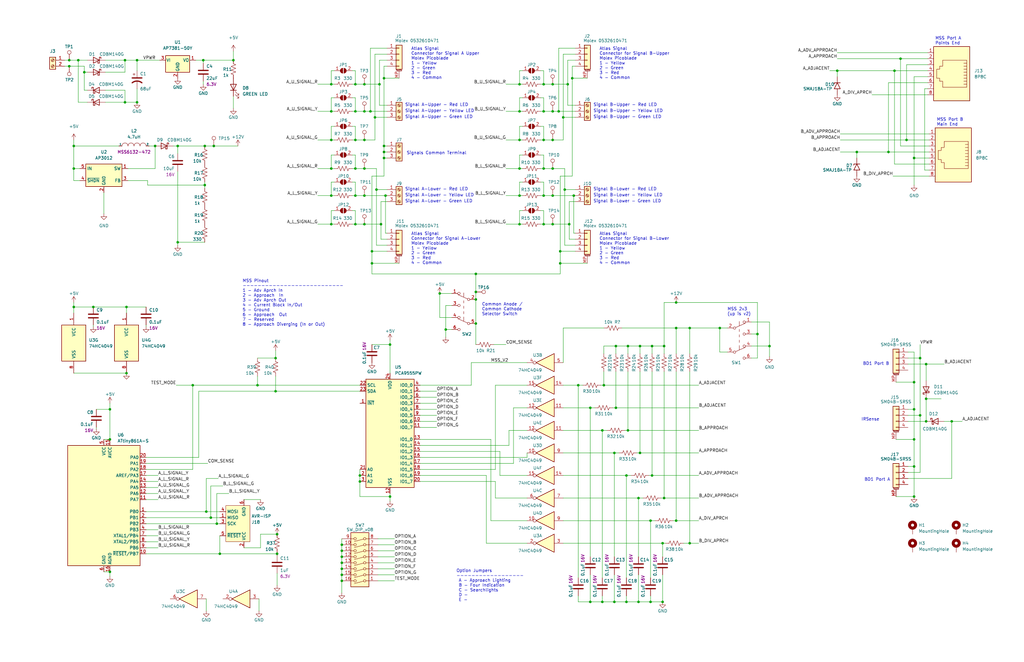
<source format=kicad_sch>
(kicad_sch (version 20211123) (generator eeschema)
  (paper "USLedger")
  (title_block (title "MSS Cascade Pro v1.0") (company "Iowa Scaled Engineering"))
  (junction (at 74.93 102.235))
  (junction (at 92.71 233.68))
  (junction (at 374.65 64.135))
  (junction (at 153.67 71.12))
  (junction (at 248.92 172.085))
  (junction (at 116.84 233.68))
  (junction (at 86.36 78.105))
  (junction (at 39.37 129.54))
  (junction (at 279.4 229.235))
  (junction (at 303.53 138.43))
  (junction (at 156.845 111.125))
  (junction (at 139.7 94.615))
  (junction (at 108.585 162.56))
  (junction (at 280.035 210.185))
  (junction (at 254 181.61))
  (junction (at 85.725 25.4))
  (junction (at 269.875 146.05))
  (junction (at 139.7 71.12))
  (junction (at 151.765 200.66))
  (junction (at 219.075 82.55))
  (junction (at 149.86 35.56))
  (junction (at 259.715 172.085))
  (junction (at 185.42 123.825))
  (junction (at 219.075 46.99))
  (junction (at 98.425 25.4))
  (junction (at 385.445 209.55))
  (junction (at 161.925 61.595))
  (junction (at 160.655 94.615))
  (junction (at 144.145 234.95))
  (junction (at 187.96 139.065))
  (junction (at 149.86 71.12))
  (junction (at 53.34 157.48))
  (junction (at 285.115 138.43))
  (junction (at 33.02 25.4))
  (junction (at 144.145 229.87))
  (junction (at 151.765 203.2))
  (junction (at 236.22 106.045))
  (junction (at 390.525 153.67))
  (junction (at 401.32 177.8))
  (junction (at 144.145 245.11))
  (junction (at 46.355 172.72))
  (junction (at 254 254))
  (junction (at 390.525 168.275))
  (junction (at 390.525 177.8))
  (junction (at 229.235 94.615))
  (junction (at 290.83 138.43))
  (junction (at 116.205 165.1))
  (junction (at 239.395 35.56))
  (junction (at 81.28 162.56))
  (junction (at 237.49 49.53))
  (junction (at 290.83 229.235))
  (junction (at 52.705 25.4))
  (junction (at 57.785 25.4))
  (junction (at 156.845 106.045))
  (junction (at 161.925 66.675))
  (junction (at 269.875 191.135))
  (junction (at 280.035 146.05))
  (junction (at 236.22 111.125))
  (junction (at 74.93 61.595))
  (junction (at 149.86 59.055))
  (junction (at 274.32 254))
  (junction (at 200.66 115.57))
  (junction (at 238.125 80.01))
  (junction (at 200.66 123.19))
  (junction (at 53.34 129.54))
  (junction (at 29.21 27.94))
  (junction (at 86.36 61.595))
  (junction (at 229.235 71.12))
  (junction (at 31.115 129.54))
  (junction (at 233.045 35.56))
  (junction (at 90.17 61.595))
  (junction (at 219.075 71.12))
  (junction (at 144.145 232.41))
  (junction (at 385.445 185.42))
  (junction (at 385.445 196.85))
  (junction (at 324.485 146.05))
  (junction (at 264.795 181.61))
  (junction (at 241.935 82.55))
  (junction (at 219.075 94.615))
  (junction (at 46.355 241.3))
  (junction (at 200.66 136.525))
  (junction (at 377.19 29.845))
  (junction (at 144.145 240.03))
  (junction (at 164.465 145.415))
  (junction (at 161.925 64.135))
  (junction (at 116.205 151.13))
  (junction (at 259.715 146.05))
  (junction (at 233.045 71.12))
  (junction (at 149.86 94.615))
  (junction (at 35.56 30.48))
  (junction (at 144.145 237.49))
  (junction (at 243.84 162.56))
  (junction (at 353.06 29.845))
  (junction (at 91.44 220.98))
  (junction (at 233.045 59.055))
  (junction (at 153.67 59.055))
  (junction (at 156.21 46.99))
  (junction (at 229.235 59.055))
  (junction (at 269.24 210.185))
  (junction (at 259.08 254))
  (junction (at 264.795 146.05))
  (junction (at 274.32 219.71))
  (junction (at 219.075 59.055))
  (junction (at 153.67 94.615))
  (junction (at 164.465 209.55))
  (junction (at 31.115 61.595))
  (junction (at 233.045 46.99))
  (junction (at 387.985 175.26))
  (junction (at 233.045 82.55))
  (junction (at 385.445 172.72))
  (junction (at 144.145 242.57))
  (junction (at 57.785 43.18))
  (junction (at 200.66 126.365))
  (junction (at 153.67 82.55))
  (junction (at 86.995 215.9))
  (junction (at 269.24 254))
  (junction (at 160.02 35.56))
  (junction (at 254.635 162.56))
  (junction (at 149.86 46.99))
  (junction (at 52.705 43.18))
  (junction (at 162.56 82.55))
  (junction (at 233.045 94.615))
  (junction (at 161.925 33.02))
  (junction (at 379.73 24.765))
  (junction (at 139.7 46.99))
  (junction (at 385.445 161.29))
  (junction (at 153.67 46.99))
  (junction (at 319.405 140.97))
  (junction (at 65.405 61.595))
  (junction (at 153.67 35.56))
  (junction (at 241.3 33.02))
  (junction (at 385.445 66.675))
  (junction (at 139.7 82.55))
  (junction (at 361.315 64.135))
  (junction (at 149.86 82.55))
  (junction (at 158.115 49.53))
  (junction (at 285.115 127.635))
  (junction (at 235.585 46.99))
  (junction (at 264.16 200.66))
  (junction (at 274.955 146.05))
  (junction (at 229.235 46.99))
  (junction (at 158.75 80.01))
  (junction (at 229.235 82.55))
  (junction (at 139.7 59.055))
  (junction (at 88.9 218.44))
  (junction (at 259.08 191.135))
  (junction (at 229.235 35.56))
  (junction (at 31.115 71.12))
  (junction (at 279.4 254))
  (junction (at 382.27 59.055))
  (junction (at 139.7 35.56))
  (junction (at 387.985 151.13))
  (junction (at 46.355 185.42))
  (junction (at 248.92 254))
  (junction (at 240.03 94.615))
  (junction (at 274.955 200.66))
  (junction (at 219.075 35.56))
  (junction (at 264.16 254))
  (junction (at 29.21 25.4))
  (junction (at 285.115 219.71))
  (junction (at 116.84 225.425))
  (wire (pts (xy 31.115 61.595) (xy 31.115 59.055)))
  (wire (pts (xy 61.595 220.98) (xy 91.44 220.98)))
  (wire (pts (xy 242.57 98.425) (xy 241.935 98.425)))
  (wire (pts (xy 43.815 241.3) (xy 46.355 241.3)))
  (wire (pts (xy 227.965 53.34) (xy 229.235 53.34)))
  (wire (pts (xy 229.235 53.34) (xy 229.235 59.055)))
  (wire (pts (xy 27.305 25.4) (xy 29.21 25.4)))
  (wire (pts (xy 385.445 172.72) (xy 385.445 185.42)))
  (wire (pts (xy 259.08 191.135) (xy 260.985 191.135)))
  (wire (pts (xy 156.845 115.57) (xy 200.66 115.57)))
  (wire (pts (xy 220.345 65.405) (xy 219.075 65.405)))
  (wire (pts (xy 144.145 229.87) (xy 144.145 232.41)))
  (wire (pts (xy 278.765 210.185) (xy 280.035 210.185)))
  (wire (pts (xy 149.86 59.055) (xy 153.67 59.055)))
  (wire (pts (xy 149.86 53.34) (xy 149.86 59.055)))
  (wire (pts (xy 198.755 162.56) (xy 198.755 153.035)))
  (wire (pts (xy 274.32 254) (xy 279.4 254)))
  (wire (pts (xy 245.745 162.56) (xy 243.84 162.56)))
  (wire (pts (xy 52.705 43.18) (xy 57.785 43.18)))
  (wire (pts (xy 31.115 71.12) (xy 33.655 71.12)))
  (wire (pts (xy 227.965 76.835) (xy 229.235 76.835)))
  (wire (pts (xy 264.16 200.66) (xy 264.16 243.84)))
  (wire (pts (xy 241.3 27.94) (xy 241.3 33.02)))
  (wire (pts (xy 43.815 185.42) (xy 46.355 185.42)))
  (wire (pts (xy 160.655 85.09) (xy 163.195 85.09)))
  (wire (pts (xy 220.345 29.845) (xy 219.075 29.845)))
  (wire (pts (xy 248.92 172.085) (xy 250.825 172.085)))
  (wire (pts (xy 156.21 46.99) (xy 163.195 46.99)))
  (wire (pts (xy 166.37 232.41) (xy 159.385 232.41)))
  (wire (pts (xy 382.905 201.93) (xy 401.32 201.93)))
  (wire (pts (xy 62.23 78.105) (xy 62.23 76.2)))
  (wire (pts (xy 187.96 128.905) (xy 187.96 139.065)))
  (wire (pts (xy 390.525 153.67) (xy 398.145 153.67)))
  (wire (pts (xy 52.705 25.4) (xy 57.785 25.4)))
  (wire (pts (xy 387.985 175.26) (xy 387.985 199.39)))
  (wire (pts (xy 44.45 25.4) (xy 52.705 25.4)))
  (wire (pts (xy 237.49 22.86) (xy 237.49 49.53)))
  (wire (pts (xy 213.36 59.055) (xy 219.075 59.055)))
  (wire (pts (xy 140.97 29.845) (xy 139.7 29.845)))
  (wire (pts (xy 156.845 111.125) (xy 156.845 115.57)))
  (wire (pts (xy 158.115 22.86) (xy 158.115 49.53)))
  (wire (pts (xy 219.075 76.835) (xy 219.075 82.55)))
  (wire (pts (xy 177.165 193.04) (xy 222.25 193.04)))
  (wire (pts (xy 227.965 94.615) (xy 229.235 94.615)))
  (wire (pts (xy 263.525 181.61) (xy 264.795 181.61)))
  (wire (pts (xy 222.25 193.04) (xy 222.25 191.135)))
  (wire (pts (xy 236.22 111.125) (xy 247.65 111.125)))
  (wire (pts (xy 241.3 33.02) (xy 247.65 33.02)))
  (wire (pts (xy 185.42 123.825) (xy 185.42 133.985)))
  (wire (pts (xy 91.44 208.28) (xy 96.52 208.28)))
  (wire (pts (xy 242.57 100.965) (xy 240.03 100.965)))
  (wire (pts (xy 109.855 231.14) (xy 102.87 231.14)))
  (wire (pts (xy 139.7 71.12) (xy 140.97 71.12)))
  (wire (pts (xy 161.925 64.135) (xy 163.195 64.135)))
  (wire (pts (xy 214.63 181.61) (xy 222.25 181.61)))
  (wire (pts (xy 242.57 49.53) (xy 237.49 49.53)))
  (wire (pts (xy 185.42 123.825) (xy 190.5 123.825)))
  (wire (pts (xy 151.765 203.2) (xy 151.765 209.55)))
  (wire (pts (xy 274.955 200.66) (xy 294.64 200.66)))
  (wire (pts (xy 290.83 138.43) (xy 303.53 138.43)))
  (wire (pts (xy 233.045 71.12) (xy 238.125 71.12)))
  (wire (pts (xy 148.59 41.275) (xy 149.86 41.275)))
  (wire (pts (xy 148.59 35.56) (xy 149.86 35.56)))
  (wire (pts (xy 219.075 35.56) (xy 220.345 35.56)))
  (wire (pts (xy 139.7 53.34) (xy 139.7 59.055)))
  (wire (pts (xy 39.37 129.54) (xy 53.34 129.54)))
  (wire (pts (xy 61.595 228.6) (xy 66.675 228.6)))
  (wire (pts (xy 387.985 151.13) (xy 387.985 175.26)))
  (wire (pts (xy 220.345 76.835) (xy 219.075 76.835)))
  (wire (pts (xy 144.145 234.95) (xy 144.145 237.49)))
  (wire (pts (xy 61.595 198.12) (xy 81.28 198.12)))
  (wire (pts (xy 389.89 37.465) (xy 389.89 71.755)))
  (wire (pts (xy 285.115 156.845) (xy 285.115 219.71)))
  (wire (pts (xy 382.905 177.8) (xy 390.525 177.8)))
  (wire (pts (xy 236.22 115.57) (xy 236.22 111.125)))
  (wire (pts (xy 36.83 30.48) (xy 35.56 30.48)))
  (wire (pts (xy 238.125 103.505) (xy 238.125 80.01)))
  (wire (pts (xy 379.73 61.595) (xy 391.795 61.595)))
  (wire (pts (xy 379.73 61.595) (xy 379.73 24.765)))
  (wire (pts (xy 242.57 20.32) (xy 235.585 20.32)))
  (wire (pts (xy 163.195 27.94) (xy 161.925 27.94)))
  (wire (pts (xy 149.86 71.12) (xy 153.67 71.12)))
  (wire (pts (xy 184.15 170.18) (xy 177.165 170.18)))
  (wire (pts (xy 61.595 200.66) (xy 66.675 200.66)))
  (wire (pts (xy 389.89 71.755) (xy 391.795 71.755)))
  (wire (pts (xy 374.65 34.925) (xy 374.65 64.135)))
  (wire (pts (xy 74.93 72.39) (xy 74.93 102.235)))
  (wire (pts (xy 82.55 25.4) (xy 85.725 25.4)))
  (wire (pts (xy 264.16 200.66) (xy 266.065 200.66)))
  (wire (pts (xy 163.195 103.505) (xy 158.75 103.505)))
  (wire (pts (xy 382.27 27.305) (xy 382.27 59.055)))
  (wire (pts (xy 88.9 218.44) (xy 92.71 218.44)))
  (wire (pts (xy 401.32 177.8) (xy 398.145 177.8)))
  (wire (pts (xy 208.915 210.185) (xy 222.25 210.185)))
  (wire (pts (xy 158.115 49.53) (xy 158.115 59.055)))
  (wire (pts (xy 200.66 126.365) (xy 200.66 136.525)))
  (wire (pts (xy 274.32 219.71) (xy 276.225 219.71)))
  (wire (pts (xy 382.905 172.72) (xy 385.445 172.72)))
  (wire (pts (xy 229.235 46.99) (xy 233.045 46.99)))
  (wire (pts (xy 44.45 43.18) (xy 52.705 43.18)))
  (wire (pts (xy 229.235 76.835) (xy 229.235 82.55)))
  (wire (pts (xy 160.02 44.45) (xy 163.195 44.45)))
  (wire (pts (xy 92.71 233.68) (xy 92.71 226.06)))
  (wire (pts (xy 382.905 199.39) (xy 387.985 199.39)))
  (wire (pts (xy 377.19 69.215) (xy 391.795 69.215)))
  (wire (pts (xy 253.365 162.56) (xy 254.635 162.56)))
  (wire (pts (xy 140.97 65.405) (xy 139.7 65.405)))
  (wire (pts (xy 31.115 61.595) (xy 50.165 61.595)))
  (wire (pts (xy 242.57 22.86) (xy 237.49 22.86)))
  (wire (pts (xy 61.595 226.06) (xy 66.675 226.06)))
  (wire (pts (xy 108.585 151.13) (xy 116.205 151.13)))
  (wire (pts (xy 160.02 35.56) (xy 160.02 44.45)))
  (wire (pts (xy 374.65 34.925) (xy 391.16 34.925)))
  (wire (pts (xy 240.03 94.615) (xy 240.03 85.09)))
  (wire (pts (xy 163.195 49.53) (xy 158.115 49.53)))
  (wire (pts (xy 139.7 76.835) (xy 139.7 82.55)))
  (wire (pts (xy 160.655 94.615) (xy 160.655 85.09)))
  (wire (pts (xy 385.445 148.59) (xy 382.905 148.59)))
  (wire (pts (xy 243.84 251.46) (xy 243.84 254)))
  (wire (pts (xy 236.22 74.295) (xy 241.3 74.295)))
  (wire (pts (xy 151.765 209.55) (xy 164.465 209.55)))
  (wire (pts (xy 139.7 29.845) (xy 139.7 35.56)))
  (wire (pts (xy 187.96 139.065) (xy 190.5 139.065)))
  (wire (pts (xy 390.525 168.275) (xy 390.525 177.8)))
  (wire (pts (xy 163.195 98.425) (xy 162.56 98.425)))
  (wire (pts (xy 229.235 88.9) (xy 229.235 94.615)))
  (wire (pts (xy 52.705 38.1) (xy 52.705 43.18)))
  (wire (pts (xy 240.03 100.965) (xy 240.03 94.615)))
  (wire (pts (xy 236.22 106.045) (xy 236.22 74.295)))
  (wire (pts (xy 86.995 201.93) (xy 92.075 201.93)))
  (wire (pts (xy 235.585 20.32) (xy 235.585 46.99)))
  (wire (pts (xy 242.57 106.045) (xy 236.22 106.045)))
  (wire (pts (xy 219.075 94.615) (xy 220.345 94.615)))
  (wire (pts (xy 44.45 38.1) (xy 52.705 38.1)))
  (wire (pts (xy 163.195 61.595) (xy 161.925 61.595)))
  (wire (pts (xy 274.32 219.71) (xy 274.32 243.84)))
  (wire (pts (xy 153.67 94.615) (xy 160.655 94.615)))
  (wire (pts (xy 65.405 61.595) (xy 62.865 61.595)))
  (wire (pts (xy 148.59 94.615) (xy 149.86 94.615)))
  (wire (pts (xy 133.985 59.055) (xy 139.7 59.055)))
  (wire (pts (xy 385.445 196.85) (xy 382.905 196.85)))
  (wire (pts (xy 144.145 237.49) (xy 144.145 240.03)))
  (wire (pts (xy 116.84 233.045) (xy 116.84 233.68)))
  (wire (pts (xy 382.905 153.67) (xy 390.525 153.67)))
  (wire (pts (xy 144.145 240.03) (xy 144.145 242.57)))
  (wire (pts (xy 361.315 64.135) (xy 361.315 66.675)))
  (wire (pts (xy 254.635 149.225) (xy 254.635 146.05)))
  (wire (pts (xy 158.75 71.12) (xy 158.75 80.01)))
  (wire (pts (xy 31.115 61.595) (xy 31.115 71.12)))
  (wire (pts (xy 319.405 140.97) (xy 319.405 151.13)))
  (wire (pts (xy 387.985 145.415) (xy 387.985 151.13)))
  (wire (pts (xy 162.56 82.55) (xy 163.195 82.55)))
  (wire (pts (xy 213.36 71.12) (xy 219.075 71.12)))
  (wire (pts (xy 219.075 53.34) (xy 219.075 59.055)))
  (wire (pts (xy 177.165 185.42) (xy 207.01 185.42)))
  (wire (pts (xy 149.86 82.55) (xy 153.67 82.55)))
  (wire (pts (xy 166.37 240.03) (xy 159.385 240.03)))
  (wire (pts (xy 161.925 64.135) (xy 161.925 66.675)))
  (wire (pts (xy 303.53 138.43) (xy 306.705 138.43)))
  (wire (pts (xy 239.395 44.45) (xy 242.57 44.45)))
  (wire (pts (xy 248.92 172.085) (xy 248.92 234.95)))
  (wire (pts (xy 382.27 59.055) (xy 391.795 59.055)))
  (wire (pts (xy 177.165 203.2) (xy 208.915 203.2)))
  (wire (pts (xy 324.485 146.05) (xy 324.485 150.495)))
  (wire (pts (xy 161.925 61.595) (xy 161.925 64.135)))
  (wire (pts (xy 280.035 127.635) (xy 285.115 127.635)))
  (wire (pts (xy 382.905 175.26) (xy 387.985 175.26)))
  (wire (pts (xy 259.715 146.05) (xy 259.715 149.225)))
  (wire (pts (xy 229.235 41.275) (xy 229.235 46.99)))
  (wire (pts (xy 35.56 27.94) (xy 29.21 27.94)))
  (wire (pts (xy 401.32 201.93) (xy 401.32 177.8)))
  (wire (pts (xy 237.49 172.085) (xy 248.92 172.085)))
  (wire (pts (xy 139.7 88.9) (xy 139.7 94.615)))
  (wire (pts (xy 319.405 127.635) (xy 319.405 140.97)))
  (wire (pts (xy 254 181.61) (xy 255.905 181.61)))
  (wire (pts (xy 219.075 65.405) (xy 219.075 71.12)))
  (wire (pts (xy 264.795 181.61) (xy 294.64 181.61)))
  (wire (pts (xy 259.08 242.57) (xy 259.08 254)))
  (wire (pts (xy 227.965 88.9) (xy 229.235 88.9)))
  (wire (pts (xy 353.06 29.845) (xy 377.19 29.845)))
  (wire (pts (xy 61.595 195.58) (xy 87.63 195.58)))
  (wire (pts (xy 288.29 229.235) (xy 290.83 229.235)))
  (wire (pts (xy 236.22 111.125) (xy 236.22 106.045)))
  (wire (pts (xy 164.465 145.415) (xy 164.465 157.48)))
  (wire (pts (xy 235.585 46.99) (xy 242.57 46.99)))
  (wire (pts (xy 139.7 41.275) (xy 139.7 46.99)))
  (wire (pts (xy 156.21 20.32) (xy 156.21 46.99)))
  (wire (pts (xy 46.355 170.18) (xy 46.355 172.72)))
  (wire (pts (xy 61.595 233.68) (xy 92.71 233.68)))
  (wire (pts (xy 285.115 219.71) (xy 294.64 219.71)))
  (wire (pts (xy 83.82 165.1) (xy 83.82 193.04)))
  (wire (pts (xy 85.725 25.4) (xy 98.425 25.4)))
  (wire (pts (xy 229.235 82.55) (xy 233.045 82.55)))
  (wire (pts (xy 177.165 195.58) (xy 216.535 195.58)))
  (wire (pts (xy 259.08 191.135) (xy 259.08 234.95)))
  (wire (pts (xy 161.925 33.02) (xy 161.925 61.595)))
  (wire (pts (xy 53.975 71.12) (xy 65.405 71.12)))
  (wire (pts (xy 219.075 29.845) (xy 219.075 35.56)))
  (wire (pts (xy 382.905 151.13) (xy 387.985 151.13)))
  (wire (pts (xy 133.985 94.615) (xy 139.7 94.615)))
  (wire (pts (xy 158.115 59.055) (xy 153.67 59.055)))
  (wire (pts (xy 148.59 59.055) (xy 149.86 59.055)))
  (wire (pts (xy 210.82 190.5) (xy 210.82 200.66)))
  (wire (pts (xy 241.935 98.425) (xy 241.935 82.55)))
  (wire (pts (xy 61.595 215.9) (xy 86.995 215.9)))
  (wire (pts (xy 149.86 46.99) (xy 153.67 46.99)))
  (wire (pts (xy 149.86 94.615) (xy 153.67 94.615)))
  (wire (pts (xy 374.65 64.135) (xy 391.795 64.135)))
  (wire (pts (xy 158.75 103.505) (xy 158.75 80.01)))
  (wire (pts (xy 61.595 210.82) (xy 66.675 210.82)))
  (wire (pts (xy 280.035 146.05) (xy 280.035 127.635)))
  (wire (pts (xy 139.7 94.615) (xy 140.97 94.615)))
  (wire (pts (xy 264.795 156.845) (xy 264.795 181.61)))
  (wire (pts (xy 213.36 46.99) (xy 219.075 46.99)))
  (wire (pts (xy 144.145 245.11) (xy 144.145 250.19)))
  (wire (pts (xy 44.45 30.48) (xy 52.705 30.48)))
  (wire (pts (xy 109.855 225.425) (xy 109.855 231.14)))
  (wire (pts (xy 88.9 205.105) (xy 93.98 205.105)))
  (wire (pts (xy 349.885 29.845) (xy 353.06 29.845)))
  (wire (pts (xy 237.49 191.135) (xy 259.08 191.135)))
  (wire (pts (xy 61.595 205.74) (xy 66.675 205.74)))
  (wire (pts (xy 254.635 162.56) (xy 294.64 162.56)))
  (wire (pts (xy 285.115 138.43) (xy 285.115 149.225)))
  (wire (pts (xy 213.36 82.55) (xy 219.075 82.55)))
  (wire (pts (xy 229.235 35.56) (xy 233.045 35.56)))
  (wire (pts (xy 243.84 162.56) (xy 243.84 243.84)))
  (wire (pts (xy 229.235 71.12) (xy 233.045 71.12)))
  (wire (pts (xy 166.37 234.95) (xy 159.385 234.95)))
  (wire (pts (xy 390.525 168.275) (xy 396.875 168.275)))
  (wire (pts (xy 184.15 172.72) (xy 177.165 172.72)))
  (wire (pts (xy 61.595 208.28) (xy 66.675 208.28)))
  (wire (pts (xy 160.02 25.4) (xy 160.02 35.56)))
  (wire (pts (xy 156.845 106.045) (xy 156.845 111.125)))
  (wire (pts (xy 214.63 187.96) (xy 177.165 187.96)))
  (wire (pts (xy 219.075 71.12) (xy 220.345 71.12)))
  (wire (pts (xy 258.445 172.085) (xy 259.715 172.085)))
  (wire (pts (xy 166.37 242.57) (xy 159.385 242.57)))
  (wire (pts (xy 353.06 24.765) (xy 379.73 24.765)))
  (wire (pts (xy 29.21 27.94) (xy 27.305 27.94)))
  (wire (pts (xy 269.875 156.845) (xy 269.875 191.135)))
  (wire (pts (xy 208.915 162.56) (xy 222.25 162.56)))
  (wire (pts (xy 88.9 205.105) (xy 88.9 218.44)))
  (wire (pts (xy 220.345 41.275) (xy 219.075 41.275)))
  (wire (pts (xy 319.405 151.13) (xy 316.865 151.13)))
  (wire (pts (xy 57.785 25.4) (xy 57.785 29.845)))
  (wire (pts (xy 62.23 76.2) (xy 53.975 76.2)))
  (wire (pts (xy 35.56 38.1) (xy 35.56 30.48)))
  (wire (pts (xy 52.705 30.48) (xy 52.705 25.4)))
  (wire (pts (xy 262.255 138.43) (xy 285.115 138.43)))
  (wire (pts (xy 353.06 29.845) (xy 353.06 32.385)))
  (wire (pts (xy 269.24 210.185) (xy 271.145 210.185)))
  (wire (pts (xy 377.825 209.55) (xy 385.445 209.55)))
  (wire (pts (xy 269.24 254) (xy 274.32 254)))
  (wire (pts (xy 268.605 191.135) (xy 269.875 191.135)))
  (wire (pts (xy 35.56 30.48) (xy 35.56 27.94)))
  (wire (pts (xy 208.915 198.12) (xy 208.915 162.56)))
  (wire (pts (xy 90.17 61.595) (xy 100.33 61.595)))
  (wire (pts (xy 148.59 71.12) (xy 149.86 71.12)))
  (wire (pts (xy 239.395 25.4) (xy 239.395 35.56)))
  (wire (pts (xy 149.86 88.9) (xy 149.86 94.615)))
  (wire (pts (xy 208.915 203.2) (xy 208.915 210.185)))
  (wire (pts (xy 116.205 147.955) (xy 116.205 151.13)))
  (wire (pts (xy 109.855 225.425) (xy 116.84 225.425)))
  (wire (pts (xy 86.36 76.835) (xy 86.36 78.105)))
  (wire (pts (xy 81.28 162.56) (xy 81.28 198.12)))
  (wire (pts (xy 31.115 127.635) (xy 31.115 129.54)))
  (wire (pts (xy 279.4 229.235) (xy 280.67 229.235)))
  (wire (pts (xy 324.485 135.89) (xy 324.485 146.05)))
  (wire (pts (xy 233.045 94.615) (xy 240.03 94.615)))
  (wire (pts (xy 264.795 146.05) (xy 269.875 146.05)))
  (wire (pts (xy 184.15 175.26) (xy 177.165 175.26)))
  (wire (pts (xy 390.525 153.67) (xy 390.525 160.655)))
  (wire (pts (xy 213.36 35.56) (xy 219.075 35.56)))
  (wire (pts (xy 148.59 65.405) (xy 149.86 65.405)))
  (wire (pts (xy 166.37 237.49) (xy 159.385 237.49)))
  (wire (pts (xy 116.205 165.1) (xy 83.82 165.1)))
  (wire (pts (xy 290.83 156.845) (xy 290.83 229.235)))
  (wire (pts (xy 164.465 208.28) (xy 164.465 209.55)))
  (wire (pts (xy 376.555 74.295) (xy 391.795 74.295)))
  (wire (pts (xy 280.035 210.185) (xy 294.64 210.185)))
  (wire (pts (xy 254.635 146.05) (xy 259.715 146.05)))
  (wire (pts (xy 109.22 252.73) (xy 109.22 257.81)))
  (wire (pts (xy 239.395 35.56) (xy 239.395 44.45)))
  (wire (pts (xy 385.445 161.29) (xy 385.445 172.72)))
  (wire (pts (xy 219.075 41.275) (xy 219.075 46.99)))
  (wire (pts (xy 140.97 88.9) (xy 139.7 88.9)))
  (wire (pts (xy 290.83 138.43) (xy 290.83 149.225)))
  (wire (pts (xy 219.075 88.9) (xy 219.075 94.615)))
  (wire (pts (xy 61.595 137.16) (xy 61.595 137.795)))
  (wire (pts (xy 237.49 181.61) (xy 254 181.61)))
  (wire (pts (xy 361.315 64.135) (xy 374.65 64.135)))
  (wire (pts (xy 367.665 40.005) (xy 391.16 40.005)))
  (wire (pts (xy 177.165 198.12) (xy 208.915 198.12)))
  (wire (pts (xy 377.19 69.215) (xy 377.19 29.845)))
  (wire (pts (xy 163.195 20.32) (xy 156.21 20.32)))
  (wire (pts (xy 85.725 34.29) (xy 85.725 35.56)))
  (wire (pts (xy 385.445 32.385) (xy 391.16 32.385)))
  (wire (pts (xy 219.075 59.055) (xy 220.345 59.055)))
  (wire (pts (xy 148.59 29.845) (xy 149.86 29.845)))
  (wire (pts (xy 227.965 71.12) (xy 229.235 71.12)))
  (wire (pts (xy 161.925 66.675) (xy 161.925 74.295)))
  (wire (pts (xy 162.56 98.425) (xy 162.56 82.55)))
  (wire (pts (xy 259.715 156.845) (xy 259.715 172.085)))
  (wire (pts (xy 237.49 200.66) (xy 264.16 200.66)))
  (wire (pts (xy 116.205 158.75) (xy 116.205 165.1)))
  (wire (pts (xy 269.24 210.185) (xy 269.24 234.95)))
  (wire (pts (xy 385.445 196.85) (xy 385.445 209.55)))
  (wire (pts (xy 151.765 165.1) (xy 116.205 165.1)))
  (wire (pts (xy 274.955 156.845) (xy 274.955 200.66)))
  (wire (pts (xy 233.045 35.56) (xy 239.395 35.56)))
  (wire (pts (xy 164.465 209.55) (xy 164.465 211.455)))
  (wire (pts (xy 229.235 65.405) (xy 229.235 71.12)))
  (wire (pts (xy 405.765 177.8) (xy 401.32 177.8)))
  (wire (pts (xy 43.815 81.28) (xy 43.815 90.17)))
  (wire (pts (xy 259.715 146.05) (xy 264.795 146.05)))
  (wire (pts (xy 163.195 100.965) (xy 160.655 100.965)))
  (wire (pts (xy 238.125 80.01) (xy 242.57 80.01)))
  (wire (pts (xy 237.49 49.53) (xy 237.49 59.055)))
  (wire (pts (xy 163.195 106.045) (xy 156.845 106.045)))
  (wire (pts (xy 213.36 145.415) (xy 208.28 145.415)))
  (wire (pts (xy 200.66 123.19) (xy 200.66 126.365)))
  (wire (pts (xy 149.86 65.405) (xy 149.86 71.12)))
  (wire (pts (xy 36.83 38.1) (xy 35.56 38.1)))
  (wire (pts (xy 158.75 80.01) (xy 163.195 80.01)))
  (wire (pts (xy 166.37 229.87) (xy 159.385 229.87)))
  (wire (pts (xy 86.36 78.105) (xy 86.36 79.375)))
  (wire (pts (xy 237.49 210.185) (xy 269.24 210.185)))
  (wire (pts (xy 273.685 200.66) (xy 274.955 200.66)))
  (wire (pts (xy 207.01 185.42) (xy 207.01 219.71)))
  (wire (pts (xy 133.985 35.56) (xy 139.7 35.56)))
  (wire (pts (xy 269.875 146.05) (xy 274.955 146.05)))
  (wire (pts (xy 153.67 46.99) (xy 156.21 46.99)))
  (wire (pts (xy 184.15 165.1) (xy 177.165 165.1)))
  (wire (pts (xy 148.59 76.835) (xy 149.86 76.835)))
  (wire (pts (xy 385.445 66.675) (xy 391.795 66.675)))
  (wire (pts (xy 139.7 59.055) (xy 140.97 59.055)))
  (wire (pts (xy 149.86 76.835) (xy 149.86 82.55)))
  (wire (pts (xy 65.405 71.12) (xy 65.405 61.595)))
  (wire (pts (xy 207.01 219.71) (xy 222.25 219.71)))
  (wire (pts (xy 279.4 229.235) (xy 279.4 234.95)))
  (wire (pts (xy 219.075 82.55) (xy 220.345 82.55)))
  (wire (pts (xy 33.02 43.18) (xy 33.02 25.4)))
  (wire (pts (xy 61.595 231.14) (xy 66.675 231.14)))
  (wire (pts (xy 353.06 22.225) (xy 391.16 22.225)))
  (wire (pts (xy 248.92 254) (xy 254 254)))
  (wire (pts (xy 151.765 198.12) (xy 151.765 200.66)))
  (wire (pts (xy 227.965 29.845) (xy 229.235 29.845)))
  (wire (pts (xy 200.66 136.525) (xy 200.66 145.415)))
  (wire (pts (xy 274.955 149.225) (xy 274.955 146.05)))
  (wire (pts (xy 205.105 229.235) (xy 222.25 229.235)))
  (wire (pts (xy 156.845 74.295) (xy 161.925 74.295)))
  (wire (pts (xy 219.075 46.99) (xy 220.345 46.99)))
  (wire (pts (xy 116.84 247.015) (xy 116.84 241.935)))
  (wire (pts (xy 274.32 251.46) (xy 274.32 254)))
  (wire (pts (xy 31.115 129.54) (xy 39.37 129.54)))
  (wire (pts (xy 148.59 53.34) (xy 149.86 53.34)))
  (wire (pts (xy 153.67 82.55) (xy 162.56 82.55)))
  (wire (pts (xy 177.165 162.56) (xy 198.755 162.56)))
  (wire (pts (xy 377.825 161.29) (xy 385.445 161.29)))
  (wire (pts (xy 85.725 26.67) (xy 85.725 25.4)))
  (wire (pts (xy 31.115 76.2) (xy 31.115 71.12)))
  (wire (pts (xy 237.49 138.43) (xy 237.49 153.035)))
  (wire (pts (xy 259.08 254) (xy 264.16 254)))
  (wire (pts (xy 237.49 229.235) (xy 279.4 229.235)))
  (wire (pts (xy 61.595 203.2) (xy 66.675 203.2)))
  (wire (pts (xy 254 251.46) (xy 254 254)))
  (wire (pts (xy 108.585 162.56) (xy 81.28 162.56)))
  (wire (pts (xy 74.93 102.235) (xy 74.93 103.505)))
  (wire (pts (xy 29.21 25.4) (xy 33.02 25.4)))
  (wire (pts (xy 229.235 94.615) (xy 233.045 94.615)))
  (wire (pts (xy 214.63 181.61) (xy 214.63 187.96)))
  (wire (pts (xy 185.42 133.985) (xy 190.5 133.985)))
  (wire (pts (xy 91.44 208.28) (xy 91.44 220.98)))
  (wire (pts (xy 316.865 140.97) (xy 319.405 140.97)))
  (wire (pts (xy 200.66 115.57) (xy 200.66 123.19)))
  (wire (pts (xy 264.16 254) (xy 269.24 254)))
  (wire (pts (xy 46.355 172.72) (xy 46.355 185.42)))
  (wire (pts (xy 190.5 128.905) (xy 187.96 128.905)))
  (wire (pts (xy 86.36 78.105) (xy 62.23 78.105)))
  (wire (pts (xy 254.635 138.43) (xy 237.49 138.43)))
  (wire (pts (xy 269.875 146.05) (xy 269.875 149.225)))
  (wire (pts (xy 46.355 172.72) (xy 40.64 172.72)))
  (wire (pts (xy 269.24 242.57) (xy 269.24 254)))
  (wire (pts (xy 74.295 162.56) (xy 81.28 162.56)))
  (wire (pts (xy 144.145 232.41) (xy 144.145 234.95)))
  (wire (pts (xy 220.345 53.34) (xy 219.075 53.34)))
  (wire (pts (xy 227.965 82.55) (xy 229.235 82.55)))
  (wire (pts (xy 148.59 88.9) (xy 149.86 88.9)))
  (wire (pts (xy 139.7 65.405) (xy 139.7 71.12)))
  (wire (pts (xy 269.875 191.135) (xy 294.64 191.135)))
  (wire (pts (xy 151.765 162.56) (xy 108.585 162.56)))
  (wire (pts (xy 140.97 53.34) (xy 139.7 53.34)))
  (wire (pts (xy 116.84 233.68) (xy 116.84 234.315)))
  (wire (pts (xy 242.57 25.4) (xy 239.395 25.4)))
  (wire (pts (xy 379.73 24.765) (xy 391.16 24.765)))
  (wire (pts (xy 53.34 129.54) (xy 53.34 132.08)))
  (wire (pts (xy 153.67 35.56) (xy 160.02 35.56)))
  (wire (pts (xy 92.71 233.68) (xy 116.84 233.68)))
  (wire (pts (xy 264.16 251.46) (xy 264.16 254)))
  (wire (pts (xy 31.115 129.54) (xy 31.115 132.08)))
  (wire (pts (xy 140.97 41.275) (xy 139.7 41.275)))
  (wire (pts (xy 57.785 37.465) (xy 57.785 43.18)))
  (wire (pts (xy 39.37 137.16) (xy 39.37 137.795)))
  (wire (pts (xy 153.67 71.12) (xy 158.75 71.12)))
  (wire (pts (xy 144.145 242.57) (xy 144.145 245.11)))
  (wire (pts (xy 216.535 172.085) (xy 216.535 195.58)))
  (wire (pts (xy 316.865 146.05) (xy 324.485 146.05)))
  (wire (pts (xy 385.445 32.385) (xy 385.445 66.675)))
  (wire (pts (xy 61.595 223.52) (xy 66.675 223.52)))
  (wire (pts (xy 149.86 29.845) (xy 149.86 35.56)))
  (wire (pts (xy 133.985 46.99) (xy 139.7 46.99)))
  (wire (pts (xy 108.585 158.75) (xy 108.585 162.56)))
  (wire (pts (xy 139.7 35.56) (xy 140.97 35.56)))
  (wire (pts (xy 163.195 22.86) (xy 158.115 22.86)))
  (wire (pts (xy 184.15 177.8) (xy 177.165 177.8)))
  (wire (pts (xy 385.445 66.675) (xy 385.445 78.105)))
  (wire (pts (xy 31.115 157.48) (xy 53.34 157.48)))
  (wire (pts (xy 148.59 82.55) (xy 149.86 82.55)))
  (wire (pts (xy 274.955 146.05) (xy 280.035 146.05)))
  (wire (pts (xy 242.57 103.505) (xy 238.125 103.505)))
  (wire (pts (xy 389.89 37.465) (xy 391.16 37.465)))
  (wire (pts (xy 200.66 115.57) (xy 236.22 115.57)))
  (wire (pts (xy 177.165 190.5) (xy 210.82 190.5)))
  (wire (pts (xy 98.425 40.64) (xy 98.425 45.72)))
  (wire (pts (xy 61.595 218.44) (xy 88.9 218.44)))
  (wire (pts (xy 33.02 43.18) (xy 36.83 43.18)))
  (wire (pts (xy 237.49 219.71) (xy 274.32 219.71)))
  (wire (pts (xy 156.845 145.415) (xy 164.465 145.415)))
  (wire (pts (xy 227.965 41.275) (xy 229.235 41.275)))
  (wire (pts (xy 139.7 82.55) (xy 140.97 82.55)))
  (wire (pts (xy 254 181.61) (xy 254 243.84)))
  (wire (pts (xy 227.965 46.99) (xy 229.235 46.99)))
  (wire (pts (xy 102.87 210.82) (xy 109.855 210.82)))
  (wire (pts (xy 279.4 254) (xy 279.4 242.57)))
  (wire (pts (xy 210.82 200.66) (xy 222.25 200.66)))
  (wire (pts (xy 306.705 148.59) (xy 303.53 148.59)))
  (wire (pts (xy 354.33 59.055) (xy 382.27 59.055)))
  (wire (pts (xy 139.7 46.99) (xy 140.97 46.99)))
  (wire (pts (xy 229.235 29.845) (xy 229.235 35.56)))
  (wire (pts (xy 316.865 135.89) (xy 324.485 135.89)))
  (wire (pts (xy 74.93 102.235) (xy 86.36 102.235)))
  (wire (pts (xy 264.795 146.05) (xy 264.795 149.225)))
  (wire (pts (xy 148.59 46.99) (xy 149.86 46.99)))
  (wire (pts (xy 161.925 33.02) (xy 168.275 33.02)))
  (wire (pts (xy 229.235 59.055) (xy 233.045 59.055)))
  (wire (pts (xy 40.64 180.34) (xy 40.64 180.975)))
  (wire (pts (xy 385.445 148.59) (xy 385.445 161.29)))
  (wire (pts (xy 187.96 139.065) (xy 187.96 142.24)))
  (wire (pts (xy 227.965 65.405) (xy 229.235 65.405)))
  (wire (pts (xy 33.02 25.4) (xy 36.83 25.4)))
  (wire (pts (xy 242.57 27.94) (xy 241.3 27.94)))
  (wire (pts (xy 133.985 82.55) (xy 139.7 82.55)))
  (wire (pts (xy 164.465 143.51) (xy 164.465 145.415)))
  (wire (pts (xy 285.115 127.635) (xy 319.405 127.635)))
  (wire (pts (xy 385.445 185.42) (xy 385.445 196.85)))
  (wire (pts (xy 31.115 76.2) (xy 33.655 76.2)))
  (wire (pts (xy 156.845 111.125) (xy 168.275 111.125)))
  (wire (pts (xy 57.785 25.4) (xy 67.31 25.4)))
  (wire (pts (xy 91.44 220.98) (xy 92.71 220.98)))
  (wire (pts (xy 382.27 27.305) (xy 391.16 27.305)))
  (wire (pts (xy 163.195 25.4) (xy 160.02 25.4)))
  (wire (pts (xy 303.53 148.59) (xy 303.53 138.43)))
  (wire (pts (xy 227.965 59.055) (xy 229.235 59.055)))
  (wire (pts (xy 237.49 59.055) (xy 233.045 59.055)))
  (wire (pts (xy 220.345 88.9) (xy 219.075 88.9)))
  (wire (pts (xy 86.36 61.595) (xy 90.17 61.595)))
  (wire (pts (xy 240.03 85.09) (xy 242.57 85.09)))
  (wire (pts (xy 149.86 35.56) (xy 153.67 35.56)))
  (wire (pts (xy 156.845 106.045) (xy 156.845 74.295)))
  (wire (pts (xy 248.92 242.57) (xy 248.92 254)))
  (wire (pts (xy 243.84 254) (xy 248.92 254)))
  (wire (pts (xy 161.925 66.675) (xy 163.195 66.675)))
  (wire (pts (xy 166.37 245.11) (xy 159.385 245.11)))
  (wire (pts (xy 254 254) (xy 259.08 254)))
  (wire (pts (xy 86.995 252.73) (xy 86.995 257.81)))
  (wire (pts (xy 377.825 185.42) (xy 385.445 185.42)))
  (wire (pts (xy 280.035 156.845) (xy 280.035 210.185)))
  (wire (pts (xy 227.965 35.56) (xy 229.235 35.56)))
  (wire (pts (xy 254.635 156.845) (xy 254.635 162.56)))
  (wire (pts (xy 213.36 94.615) (xy 219.075 94.615)))
  (wire (pts (xy 61.595 193.04) (xy 83.82 193.04)))
  (wire (pts (xy 238.125 71.12) (xy 238.125 80.01)))
  (wire (pts (xy 140.97 76.835) (xy 139.7 76.835)))
  (wire (pts (xy 166.37 227.33) (xy 159.385 227.33)))
  (wire (pts (xy 74.93 61.595) (xy 86.36 61.595)))
  (wire (pts (xy 133.985 71.12) (xy 139.7 71.12)))
  (wire (pts (xy 354.33 56.515) (xy 391.795 56.515)))
  (wire (pts (xy 237.49 162.56) (xy 243.84 162.56)))
  (wire (pts (xy 184.15 167.64) (xy 177.165 167.64)))
  (wire (pts (xy 280.035 149.225) (xy 280.035 146.05)))
  (wire (pts (xy 177.165 200.66) (xy 205.105 200.66)))
  (wire (pts (xy 74.93 64.77) (xy 74.93 61.595)))
  (wire (pts (xy 290.83 229.235) (xy 294.64 229.235)))
  (wire (pts (xy 161.925 27.94) (xy 161.925 33.02)))
  (wire (pts (xy 377.19 29.845) (xy 391.16 29.845)))
  (wire (pts (xy 354.33 64.135) (xy 361.315 64.135)))
  (wire (pts (xy 86.995 215.9) (xy 92.71 215.9)))
  (wire (pts (xy 184.15 180.34) (xy 177.165 180.34)))
  (wire (pts (xy 241.3 33.02) (xy 241.3 74.295)))
  (wire (pts (xy 285.115 138.43) (xy 290.83 138.43)))
  (wire (pts (xy 144.145 227.33) (xy 144.145 229.87)))
  (wire (pts (xy 233.045 82.55) (xy 241.935 82.55)))
  (wire (pts (xy 233.045 46.99) (xy 235.585 46.99)))
  (wire (pts (xy 73.025 61.595) (xy 74.93 61.595)))
  (wire (pts (xy 259.715 172.085) (xy 294.64 172.085)))
  (wire (pts (xy 285.115 219.71) (xy 283.845 219.71)))
  (wire (pts (xy 151.765 200.66) (xy 151.765 203.2)))
  (wire (pts (xy 216.535 172.085) (xy 222.25 172.085)))
  (wire (pts (xy 46.355 243.205) (xy 46.355 241.3)))
  (wire (pts (xy 198.755 153.035) (xy 222.25 153.035)))
  (wire (pts (xy 241.935 82.55) (xy 242.57 82.55)))
  (wire (pts (xy 205.105 200.66) (xy 205.105 229.235)))
  (wire (pts (xy 53.34 129.54) (xy 61.595 129.54)))
  (wire (pts (xy 149.86 41.275) (xy 149.86 46.99)))
  (wire (pts (xy 86.995 201.93) (xy 86.995 215.9)))
  (wire (pts (xy 160.655 100.965) (xy 160.655 94.615)))
  (wire (pts (xy 98.425 21.59) (xy 98.425 25.4)))
  (text "Signal A-Upper - Yellow LED" (at 170.815 47.625 0) (effects (font (size 1.27 1.27)) (justify left bottom)))
  (text "Common Anode / \nCommon Cathode\nSelector Switch" (at 203.2 133.35 0) (effects (font (size 1.27 1.27)) (justify left bottom)))
  (text "Atlas Signal\nConnector for Signal A Upper\nMolex Picoblade\n1 - Yellow\n2 - Green\n3 - Red\n4 - Common" (at 173.355 33.655 0) (effects (font (size 1.27 1.27)) (justify left bottom)))
  (text "Signal A-Lower - Green LED" (at 170.815 85.725 0) (effects (font (size 1.27 1.27)) (justify left bottom)))
  (text "MSS 2v3\n(up is v2)" (at 306.705 133.35 0) (effects (font (size 1.27 1.27)) (justify left bottom)))
  (text "MSS Port A\nPoints End" (at 394.335 19.05 0) (effects (font (size 1.27 1.27)) (justify left bottom)))
  (text "IRSense" (at 363.22 177.8 0) (effects (font (size 1.27 1.27)) (justify left bottom)))
  (text "Signal B-Lower - Red LED" (at 250.19 80.645 0) (effects (font (size 1.27 1.27)) (justify left bottom)))
  (text "Signal A-Lower - Yellow LED" (at 170.815 83.185 0) (effects (font (size 1.27 1.27)) (justify left bottom)))
  (text "BD1 Port B" (at 363.855 154.305 0) (effects (font (size 1.27 1.27)) (justify left bottom)))
  (text "MSS Port B\nMain End" (at 394.97 53.34 0) (effects (font (size 1.27 1.27)) (justify left bottom)))
  (text "Atlas Signal\nConnector for Signal B-Upper\nMolex Picoblade\n1 - Yellow\n2 - Green\n3 - Red\n4 - Common" (at 252.73 33.655 0) (effects (font (size 1.27 1.27)) (justify left bottom)))
  (text "Option Jumpers\n------------------\n A - Approach Lighting\n B - Four Indication\n C - Searchlights\n D - \n E - " (at 192.405 254 0) (effects (font (size 1.27 1.27)) (justify left bottom)))
  (text "BD1 Port A" (at 364.49 203.2 0) (effects (font (size 1.27 1.27)) (justify left bottom)))
  (text "Signals Common Terminal" (at 171.45 65.405 0) (effects (font (size 1.27 1.27)) (justify left bottom)))
  (text "Signal B-Upper - Red LED" (at 250.19 45.085 0) (effects (font (size 1.27 1.27)) (justify left bottom)))
  (text "Signal A-Lower - Red LED" (at 170.815 80.645 0) (effects (font (size 1.27 1.27)) (justify left bottom)))
  (text "Signal B-Lower - Green LED" (at 250.19 85.725 0) (effects (font (size 1.27 1.27)) (justify left bottom)))
  (text "Atlas Signal\nConnector for Signal B-Lower\nMolex Picoblade\n1 - Yellow\n2 - Green\n3 - Red\n4 - Common" (at 252.73 111.76 0) (effects (font (size 1.27 1.27)) (justify left bottom)))
  (text "Atlas Signal\nConnector for Signal A-Lower\nMolex Picoblade\n1 - Yellow\n2 - Green\n3 - Red\n4 - Common" (at 173.355 111.76 0) (effects (font (size 1.27 1.27)) (justify left bottom)))
  (text "Signal A-Upper - Green LED" (at 170.815 50.165 0) (effects (font (size 1.27 1.27)) (justify left bottom)))
  (text "Signal B-Upper - Green LED" (at 250.19 50.165 0) (effects (font (size 1.27 1.27)) (justify left bottom)))
  (text "Signal B-Lower - Yellow LED" (at 250.19 83.185 0) (effects (font (size 1.27 1.27)) (justify left bottom)))
  (text "Signal B-Upper - Yellow LED" (at 250.19 47.625 0) (effects (font (size 1.27 1.27)) (justify left bottom)))
  (text "Signal A-Upper - Red LED" (at 170.815 45.085 0) (effects (font (size 1.27 1.27)) (justify left bottom)))
  (text "MSS Pinout\n---------------------------\n1 - Adv Aprch In\n2 - Approach  In\n3 - Adv Aprch Out\n4 - Current Block In/Out\n5 - Ground\n6 - Approach  Out\n7 - Reserved\n8 - Approach Diverging (In or Out)\n" (at 102.235 137.795 0) (effects (font (size 1.27 1.27)) (justify left bottom)))
  (label "A_L_SIGNAL_G" (at 133.985 94.615 180))
  (label "OPTION_D" (at 184.15 172.72 0))
  (label "OPTION_G" (at 184.15 180.34 0))
  (label "OPTION_D" (at 166.37 234.95 0))
  (label "B_DIV_APRCH" (at 294.64 229.235 0))
  (label "B_L_SIGNAL_Y" (at 96.52 208.28 0))
  (label "A_L_SIGNAL_Y" (at 66.675 200.66 0))
  (label "B_U_SIGNAL_R" (at 66.675 231.14 0))
  (label "OPTION_B" (at 184.15 167.64 0))
  (label "B_APPROACH" (at 354.33 59.055 180))
  (label "COM_SENSE" (at 87.63 195.58 0))
  (label "B_L_SIGNAL_R" (at 66.675 223.52 0))
  (label "COM_SENSE" (at 213.36 145.415 0))
  (label "B_APPROACH" (at 294.64 181.61 0))
  (label "B_L_SIGNAL_R" (at 213.36 71.12 180))
  (label "B_L_SIGNAL_G" (at 93.98 205.105 0))
  (label "A_DIV_APRCH" (at 367.665 40.005 180))
  (label "A_U_SIGNAL_Y" (at 66.675 208.28 0))
  (label "A_U_SIGNAL_G" (at 66.675 205.74 0))
  (label "B_U_SIGNAL_Y" (at 66.675 228.6 0))
  (label "OPTION_C" (at 166.37 232.41 0))
  (label "B_ADJACENT" (at 294.64 172.085 0))
  (label "OPTION_F" (at 184.15 177.8 0))
  (label "B_DIV_APRCH" (at 376.555 74.295 180))
  (label "OPTION_C" (at 184.15 170.18 0))
  (label "A_U_SIGNAL_R" (at 66.675 210.82 0))
  (label "OPTION_E" (at 184.15 175.26 0))
  (label "B_U_SIGNAL_G" (at 66.675 226.06 0))
  (label "VPWR" (at 387.985 145.415 0))
  (label "A_U_SIGNAL_Y" (at 133.985 46.99 180))
  (label "A_L_SIGNAL_Y" (at 133.985 82.55 180))
  (label "A_APPROACH" (at 294.64 191.135 0))
  (label "B_ADV_APPROACH" (at 294.64 210.185 0))
  (label "B_U_SIGNAL_G" (at 213.36 59.055 180))
  (label "TEST_MODE" (at 74.295 162.56 180))
  (label "A_L_SIGNAL_R" (at 66.675 203.2 0))
  (label "B_L_SIGNAL_Y" (at 213.36 82.55 180))
  (label "TEST_MODE" (at 166.37 245.11 0))
  (label "A_ADV_APPROACH" (at 294.64 200.66 0))
  (label "OPTION_A" (at 184.15 165.1 0))
  (label "OPTION_F" (at 166.37 240.03 0))
  (label "A_L_SIGNAL_R" (at 133.985 71.12 180))
  (label "A_APPROACH" (at 353.06 24.765 180))
  (label "OPTION_G" (at 166.37 242.57 0))
  (label "OPTION_A" (at 166.37 227.33 0))
  (label "A_ADJACENT" (at 349.885 29.845 180))
  (label "A_L_SIGNAL_G" (at 92.075 201.93 0))
  (label "B_L_SIGNAL_G" (at 213.36 94.615 180))
  (label "A_ADJACENT" (at 294.64 162.56 0))
  (label "OPTION_E" (at 166.37 237.49 0))
  (label "A_U_SIGNAL_R" (at 133.985 35.56 180))
  (label "VPWR" (at 60.325 25.4 0))
  (label "B_ADV_APPROACH" (at 354.33 56.515 180))
  (label "OPTION_B" (at 166.37 229.87 0))
  (label "A_DIV_APRCH" (at 294.64 219.71 0))
  (label "MSS_V2" (at 207.01 153.035 0))
  (label "A_ADV_APPROACH" (at 353.06 22.225 180))
  (label "A_U_SIGNAL_G" (at 133.985 59.055 180))
  (label "B_U_SIGNAL_Y" (at 213.36 46.99 180))
  (label "B_ADJACENT" (at 354.33 64.135 180))
  (label "A_ADJACENT" (at 405.765 177.8 0))
  (label "B_U_SIGNAL_R" (at 213.36 35.56 180))
  (label "B_ADJACENT" (at 398.145 153.67 0))
  (symbol (lib_id "power:GND") (at 109.22 257.81 0) (unit 1)
    (property "Reference" "#PWR017" (effects hide))
    (property "Value" "GND" (at 109.22 261.62 0))
  )
  (symbol (lib_id "Device:D_Schottky") (at 40.64 25.4 0) (mirror y) (unit 1)
    (property "Reference" "D1" (at 37.465 22.86 0) (effects (justify right)))
    (property "Value" "CDBM140G" (at 41.91 22.86 0) (effects (justify right)))
    (property "Footprint" "ISE_Generic:SOD-123T" (effects hide))
  )
  (symbol (lib_id "ISE_Generic:Conn_AVR_TagConnect_TC2030") (at 100.33 220.98 180) (unit 1) (in_bom no)
    (property "Reference" "J18" (at 106.045 220.345 0) (effects (justify right)))
    (property "Value" "AVR-ISP" (at 106.045 217.805 0) (effects (justify right)))
    (property "Footprint" "Connector:Tag-Connect_TC2030-IDC-NL_2x03_P1.27mm_Vertical" (effects hide))
    (property "Datasheet" "https://www.tag-connect.com/wp-content/uploads/bsk-pdf-manager/TC2030-CTX_1.pdf" (effects hide))
  )
  (symbol (lib_id "Connector:Screw_Terminal_01x03") (at 247.65 82.55 0) (unit 1)
    (property "Reference" "J10" (at 247.65 77.47 0))
    (property "Value" "Screw_Terminal_01x02" (effects hide))
    (property "Footprint" "TerminalBlock_MetzConnect:TerminalBlock_MetzConnect_Type059_RT06303HBWC_1x03_P3.50mm_Horizontal" (effects hide))
  )
  (symbol (lib_id "Device:C") (at 156.845 149.225 0) (unit 1)
    (property "Reference" "C7" (at 157.48 146.685 0) (effects (justify left)))
    (property "Value" "0.1uF" (at 153.67 153.67 90) (effects (justify left)))
    (property "Footprint" "Capacitor_SMD:C_0805_2012Metric" (effects hide))
    (property "Voltage" "16V" (at 153.67 147.955 90) (effects (justify left)))
  )
  (symbol (lib_id "power:+5V") (at 116.205 147.955 0) (unit 1)
    (property "Reference" "#PWR02" (effects hide))
    (property "Value" "+5V" (at 116.205 144.145 0))
  )
  (symbol (lib_id "Connector:TestPoint") (at 90.17 61.595 0) (mirror y) (unit 1)
    (property "Reference" "TP15" (at 92.075 58.42 0) (effects (justify right)))
    (property "Value" "TestPoint" (effects hide))
    (property "Footprint" "TestPoint:TestPoint_Pad_D2.0mm" (effects hide))
  )
  (symbol (lib_id "Device:C") (at 269.24 238.76 0) (unit 1)
    (property "Reference" "C14" (at 269.875 236.22 0) (effects (justify left)))
    (property "Value" "0.1uF" (at 266.065 243.205 90) (effects (justify left)))
    (property "Footprint" "Capacitor_SMD:C_0805_2012Metric" (effects hide))
    (property "Voltage" "16V" (at 266.065 237.49 90) (effects (justify left)))
  )
  (symbol (lib_id "power:+5V") (at 164.465 143.51 0) (unit 1)
    (property "Reference" "#PWR028" (effects hide))
    (property "Value" "+5V" (at 164.465 139.7 0))
  )
  (symbol (lib_id "Device:R_US") (at 86.36 65.405 180) (unit 1)
    (property "Reference" "R16" (at 83.82 65.405 0))
    (property "Value" "10k" (at 83.185 67.945 0))
    (property "Footprint" "Resistor_SMD:R_0805_2012Metric" (effects hide))
  )
  (symbol (lib_id "Device:C") (at 74.93 68.58 0) (mirror y) (unit 1)
    (property "Reference" "C6" (at 73.66 66.04 0) (effects (justify left)))
    (property "Value" "10uF" (at 73.66 71.12 0) (effects (justify left)))
    (property "Footprint" "Capacitor_SMD:C_0805_2012Metric" (effects hide))
    (property "Voltage" "16V" (at 73.66 73.66 0) (effects (justify left)))
  )
  (symbol (lib_id "Device:R_US") (at 86.36 90.805 180) (unit 1)
    (property "Reference" "R19" (at 83.82 90.805 0))
    (property "Value" "1k" (at 83.185 93.345 0))
    (property "Footprint" "Resistor_SMD:R_0805_2012Metric" (effects hide))
  )
  (symbol (lib_id "Connector_Generic_MountingPin:Conn_01x04_MountingPin") (at 247.65 22.86 0) (unit 1)
    (property "Reference" "J2" (at 246.38 15.24 0) (effects (justify left)))
    (property "Value" "Molex 0532610471" (at 255.27 17.145 0))
    (property "Footprint" "Connector_Molex:Molex_PicoBlade_53261-0471_1x04-1MP_P1.25mm_Horizontal" (effects hide))
  )
  (symbol (lib_id "power:GND") (at 279.4 254 0) (unit 1)
    (property "Reference" "#PWR051" (effects hide))
    (property "Value" "GND" (at 279.4 257.81 0))
  )
  (symbol (lib_id "Connector:Screw_Terminal_01x03") (at 168.275 82.55 0) (unit 1)
    (property "Reference" "J9" (at 168.275 77.47 0))
    (property "Value" "Screw_Terminal_01x02" (effects hide))
    (property "Footprint" "TerminalBlock_MetzConnect:TerminalBlock_MetzConnect_Type059_RT06303HBWC_1x03_P3.50mm_Horizontal" (effects hide))
  )
  (symbol (lib_id "pspice:INDUCTOR") (at 56.515 61.595 0) (unit 1)
    (property "Reference" "L2" (at 56.515 55.245 0))
    (property "Value" "4.7uH" (at 56.515 57.785 0))
    (property "Footprint" "ISE_UltraLibrarian:MSS6132-xxxMLC" (effects hide))
    (property "Device" "MSS6132-472" (at 56.515 64.135 0))
  )
  (symbol (lib_id "4xxx:4049") (at 229.87 200.66 0) (mirror y) (unit 6)
    (property "Reference" "U4" (at 226.695 197.485 0))
    (property "Value" "74HC4049" (at 223.52 203.835 0))
    (property "Footprint" "Package_SO:SO-16_3.9x9.9mm_P1.27mm" (effects hide))
    (property "Datasheet" "http://www.intersil.com/content/dam/intersil/documents/cd40/cd4049ubms.pdf" (effects hide))
  )
  (symbol (lib_id "MCU_Microchip_ATtiny:ATtiny861A-S") (at 43.815 213.36 0) (unit 1)
    (property "Reference" "U6" (at 49.53 183.515 0) (effects (justify left)))
    (property "Value" "ATtiny861A-S" (at 49.53 186.055 0) (effects (justify left)))
    (property "Footprint" "Package_SO:SOIC-20W_7.5x12.8mm_P1.27mm" (effects hide))
    (property "Datasheet" "http://ww1.microchip.com/downloads/en/DeviceDoc/doc8197.pdf" (effects hide))
  )
  (symbol (lib_id "4xxx:4049") (at 229.87 162.56 0) (mirror y) (unit 6)
    (property "Reference" "U3" (at 226.695 159.385 0))
    (property "Value" "74HC4049" (at 223.52 165.735 0))
    (property "Footprint" "Package_SO:SO-16_3.9x9.9mm_P1.27mm" (effects hide))
    (property "Datasheet" "http://www.intersil.com/content/dam/intersil/documents/cd40/cd4049ubms.pdf" (effects hide))
  )
  (symbol (lib_id "Device:R_US") (at 224.155 82.55 90) (unit 1)
    (property "Reference" "R13" (at 221.615 80.01 90))
    (property "Value" "330" (at 226.06 80.01 90))
    (property "Footprint" "Resistor_SMD:R_0805_2012Metric" (effects hide))
  )
  (symbol (lib_id "Device:R_US") (at 269.875 153.035 180) (unit 1)
    (property "Reference" "R26" (at 272.415 154.94 90))
    (property "Value" "10k" (at 272.415 151.13 90))
    (property "Footprint" "Resistor_SMD:R_0805_2012Metric" (effects hide))
  )
  (symbol (lib_id "power:GND") (at 53.34 157.48 0) (mirror y) (unit 1)
    (property "Reference" "#PWR052" (effects hide))
    (property "Value" "GND" (effects hide))
  )
  (symbol (lib_id "Device:R_US") (at 290.83 153.035 0) (unit 1)
    (property "Reference" "R29" (at 293.37 154.94 90))
    (property "Value" "10k" (at 293.37 151.13 90))
    (property "Footprint" "Resistor_SMD:R_0805_2012Metric" (effects hide))
  )
  (symbol (lib_id "Connector:Screw_Terminal_01x03") (at 168.275 64.135 0) (unit 1)
    (property "Reference" "J7" (at 168.275 59.055 0))
    (property "Value" "Screw_Terminal_01x02" (effects hide))
    (property "Footprint" "TerminalBlock_MetzConnect:TerminalBlock_MetzConnect_Type059_RT06303HBWC_1x03_P3.50mm_Horizontal" (effects hide))
  )
  (symbol (lib_id "Regulator_Linear:AP7384-33Y") (at 74.93 25.4 0) (unit 1)
    (property "Reference" "U1" (at 74.93 17.78 0))
    (property "Value" "AP7381-50Y" (at 74.93 20.32 0))
    (property "Footprint" "ISE_Generic:SOT-89-3" (effects hide))
    (property "Datasheet" "https://www.diodes.com/assets/Datasheets/AP7381.pdf" (effects hide))
  )
  (symbol (lib_id "Connector:TestPoint") (at 29.21 27.94 0) (mirror x) (unit 1)
    (property "Reference" "TP2" (at 31.115 33.655 0) (effects (justify right)))
    (property "Value" "TestPoint" (effects hide))
    (property "Footprint" "TestPoint:TestPoint_Pad_D2.0mm" (effects hide))
  )
  (symbol (lib_id "Device:D_Schottky") (at 40.64 30.48 0) (mirror y) (unit 1)
    (property "Reference" "D2" (at 37.465 27.94 0) (effects (justify right)))
    (property "Value" "CDBM140G" (at 41.91 27.94 0) (effects (justify right)))
    (property "Footprint" "ISE_Generic:SOD-123T" (effects hide))
  )
  (symbol (lib_id "Device:D_Schottky") (at 394.335 177.8 0) (unit 1)
    (property "Reference" "D12" (at 395.605 174.625 0) (effects (justify right)))
    (property "Value" "CDBM140G" (at 399.415 180.975 0) (effects (justify right)))
    (property "Footprint" "ISE_Generic:SOD-123T" (effects hide))
  )
  (symbol (lib_id "Connector:8P8C") (at 401.32 29.845 180) (unit 1)
    (property "Reference" "J13" (at 410.845 29.8449 0) (effects (justify right)))
    (property "Value" "8P8C" (at 410.845 32.3849 0) (effects (justify right)))
    (property "Footprint" "RJ45_Amphenol_54602-x08_Horizontal" (effects hide))
  )
  (symbol (lib_id "power:GND") (at 156.845 153.035 0) (unit 1)
    (property "Reference" "#PWR029" (effects hide))
    (property "Value" "GND" (at 156.845 156.845 0))
  )
  (symbol (lib_id "Device:R_US") (at 224.155 71.12 90) (unit 1)
    (property "Reference" "R10" (at 221.615 68.58 90))
    (property "Value" "330" (at 226.06 68.58 90))
    (property "Footprint" "Resistor_SMD:R_0805_2012Metric" (effects hide))
  )
  (symbol (lib_id "power:GND") (at 164.465 211.455 0) (unit 1)
    (property "Reference" "#PWR039" (effects hide))
    (property "Value" "GND" (at 164.465 215.265 0))
  )
  (symbol (lib_id "Connector_Generic_MountingPin:Conn_01x04_MountingPin") (at 168.275 22.86 0) (unit 1)
    (property "Reference" "J1" (at 167.005 15.24 0) (effects (justify left)))
    (property "Value" "Molex 0532610471" (at 175.895 17.145 0))
    (property "Footprint" "Connector_Molex:Molex_PicoBlade_53261-0471_1x04-1MP_P1.25mm_Horizontal" (effects hide))
  )
  (symbol (lib_id "4xxx:4049") (at 229.87 181.61 0) (mirror y) (unit 5)
    (property "Reference" "U4" (at 226.695 178.435 0))
    (property "Value" "74HC4049" (at 223.52 184.785 0))
    (property "Footprint" "Package_SO:SO-16_3.9x9.9mm_P1.27mm" (effects hide))
    (property "Datasheet" "http://www.intersil.com/content/dam/intersil/documents/cd40/cd4049ubms.pdf" (effects hide))
  )
  (symbol (lib_id "Device:C") (at 39.37 133.35 0) (unit 1)
    (property "Reference" "C9" (at 40.64 130.81 0) (effects (justify left)))
    (property "Value" "0.1uF" (at 40.64 135.89 0) (effects (justify left)))
    (property "Footprint" "Capacitor_SMD:C_0805_2012Metric" (effects hide))
    (property "Voltage" "16V" (at 40.64 138.43 0) (effects (justify left)))
  )
  (symbol (lib_id "Jumper:SolderJumper_2_Open") (at 224.155 76.835 0) (unit 1)
    (property "Reference" "JP11" (at 224.155 74.295 0))
    (property "Value" "SolderJumper_2_Open" (effects hide))
    (property "Footprint" "Jumper:SolderJumper-2_P1.3mm_Open_RoundedPad1.0x1.5mm" (effects hide))
  )
  (symbol (lib_id "Device:R_US") (at 258.445 138.43 90) (unit 1)
    (property "Reference" "R?" (at 260.35 135.89 90))
    (property "Value" "10k" (at 256.54 135.89 90))
    (property "Footprint" "Resistor_SMD:R_0805_2012Metric" (effects hide))
  )
  (symbol (lib_id "Jumper:SolderJumper_2_Open") (at 224.155 53.34 0) (unit 1)
    (property "Reference" "JP7" (at 224.155 50.8 0))
    (property "Value" "SolderJumper_2_Open" (effects hide))
    (property "Footprint" "Jumper:SolderJumper-2_P1.3mm_Open_RoundedPad1.0x1.5mm" (effects hide))
  )
  (symbol (lib_id "Device:R_US") (at 224.155 46.99 90) (unit 1)
    (property "Reference" "R6" (at 221.615 44.45 90))
    (property "Value" "330" (at 226.06 44.45 90))
    (property "Footprint" "Resistor_SMD:R_0805_2012Metric" (effects hide))
  )
  (symbol (lib_id "Connector:TestPoint") (at 153.67 71.12 0) (mirror y) (unit 1)
    (property "Reference" "TP9" (at 151.765 65.405 0) (effects (justify right)))
    (property "Value" "TestPoint" (effects hide))
    (property "Footprint" "TestPoint:TestPoint_Pad_D2.0mm" (effects hide))
  )
  (symbol (lib_id "power:+5V") (at 31.115 127.635 0) (unit 1)
    (property "Reference" "#PWR043" (effects hide))
    (property "Value" "+5V" (at 31.115 123.825 0))
  )
  (symbol (lib_id "power:GND") (at 361.315 74.295 0) (mirror y) (unit 1)
    (property "Reference" "#PWR013" (effects hide))
    (property "Value" "GND" (at 361.315 78.105 0))
  )
  (symbol (lib_id "Connector_Generic_MountingPin:Conn_01x04_MountingPin") (at 168.275 100.965 0) (unit 1)
    (property "Reference" "J11" (at 167.005 93.345 0) (effects (justify left)))
    (property "Value" "Molex 0532610471" (at 175.895 95.25 0))
    (property "Footprint" "Connector_Molex:Molex_PicoBlade_53261-0471_1x04-1MP_P1.25mm_Horizontal" (effects hide))
  )
  (symbol (lib_id "Device:R_US") (at 274.955 210.185 270) (unit 1)
    (property "Reference" "R35" (at 273.05 212.725 90))
    (property "Value" "10k" (at 276.86 212.725 90))
    (property "Footprint" "Resistor_SMD:R_0805_2012Metric" (effects hide))
  )
  (symbol (lib_id "Device:D_Schottky") (at 69.215 61.595 0) (mirror y) (unit 1)
    (property "Reference" "D9" (at 66.04 59.055 0) (effects (justify right)))
    (property "Value" "CDBM140G" (at 70.485 59.055 0) (effects (justify right)))
    (property "Footprint" "ISE_Generic:SOD-123T" (effects hide))
  )
  (symbol (lib_id "power:+5V") (at 46.355 170.18 0) (unit 1)
    (property "Reference" "#PWR032" (effects hide))
    (property "Value" "+5V" (at 46.355 166.37 0))
  )
  (symbol (lib_id "Device:D_Schottky") (at 390.525 164.465 90) (unit 1)
    (property "Reference" "D11" (at 393.7 163.195 90) (effects (justify right)))
    (property "Value" "CDBM140G" (at 393.7 165.735 90) (effects (justify right)))
    (property "Footprint" "ISE_Generic:SOD-123T" (effects hide))
  )
  (symbol (lib_id "Device:R_US") (at 144.78 59.055 90) (unit 1)
    (property "Reference" "R7" (at 142.24 56.515 90))
    (property "Value" "330" (at 146.685 56.515 90))
    (property "Footprint" "Resistor_SMD:R_0805_2012Metric" (effects hide))
  )
  (symbol (lib_id "Switch:SW_Push_DPDT") (at 195.58 131.445 0) (mirror y) (unit 1)
    (property "Reference" "SW2" (at 196.85 140.97 0))
    (property "Value" "JS202011SCQN" (effects hide))
    (property "Footprint" "ISE_UltraLibrarian:SW_JS202011SCQN" (effects hide))
  )
  (symbol (lib_id "power:GND") (at 385.445 78.105 0) (unit 1)
    (property "Reference" "#PWR016" (effects hide))
    (property "Value" "GND" (at 385.445 82.55 0))
  )
  (symbol (lib_id "Device:R_US") (at 280.035 219.71 270) (unit 1)
    (property "Reference" "R36" (at 278.13 222.25 90))
    (property "Value" "10k" (at 281.94 222.25 90))
    (property "Footprint" "Resistor_SMD:R_0805_2012Metric" (effects hide))
  )
  (symbol (lib_id "Jumper:SolderJumper_2_Open") (at 144.78 53.34 0) (unit 1)
    (property "Reference" "JP6" (at 144.78 50.8 0))
    (property "Value" "SolderJumper_2_Open" (effects hide))
    (property "Footprint" "Jumper:SolderJumper-2_P1.3mm_Open_RoundedPad1.0x1.5mm" (effects hide))
  )
  (symbol (lib_id "power:GND") (at 385.445 209.55 0) (unit 1)
    (property "Reference" "#PWR041" (effects hide))
    (property "Value" "GND" (at 385.445 213.36 0))
  )
  (symbol (lib_id "Device:C") (at 264.16 247.65 0) (unit 1)
    (property "Reference" "C18" (at 264.795 245.11 0) (effects (justify left)))
    (property "Value" "0.1uF" (at 260.985 252.095 90) (effects (justify left)))
    (property "Footprint" "Capacitor_SMD:C_0805_2012Metric" (effects hide))
    (property "Voltage" "16V" (at 260.985 246.38 90) (effects (justify left)))
  )
  (symbol (lib_id "power:+5V") (at 31.115 59.055 0) (unit 1)
    (property "Reference" "#PWR?" (effects hide))
    (property "Value" "+5V" (at 31.115 53.34 0))
  )
  (symbol (lib_id "Device:R_US") (at 224.155 59.055 90) (unit 1)
    (property "Reference" "R8" (at 221.615 56.515 90))
    (property "Value" "330" (at 226.06 56.515 90))
    (property "Footprint" "Resistor_SMD:R_0805_2012Metric" (effects hide))
  )
  (symbol (lib_id "power:+5V") (at 185.42 123.825 0) (unit 1)
    (property "Reference" "#PWR021" (effects hide))
    (property "Value" "+5V" (at 185.42 120.015 0))
  )
  (symbol (lib_id "Device:R_US") (at 224.155 94.615 90) (unit 1)
    (property "Reference" "R15" (at 221.615 92.075 90))
    (property "Value" "330" (at 226.06 92.075 90))
    (property "Footprint" "Resistor_SMD:R_0805_2012Metric" (effects hide))
  )
  (symbol (lib_id "Device:R_US") (at 284.48 229.235 270) (unit 1)
    (property "Reference" "R38" (at 282.575 231.775 90))
    (property "Value" "10k" (at 286.385 231.775 90))
    (property "Footprint" "Resistor_SMD:R_0805_2012Metric" (effects hide))
  )
  (symbol (lib_id "power:GND") (at 39.37 137.795 0) (unit 1)
    (property "Reference" "#PWR045" (effects hide))
    (property "Value" "GND" (effects hide))
  )
  (symbol (lib_id "power:GND") (at 74.93 103.505 0) (mirror y) (unit 1)
    (property "Reference" "#PWR030" (effects hide))
    (property "Value" "GND" (at 74.93 107.315 0))
  )
  (symbol (lib_id "Jumper:SolderJumper_2_Open") (at 144.78 88.9 0) (unit 1)
    (property "Reference" "JP12" (at 144.78 86.36 0))
    (property "Value" "SolderJumper_2_Open" (effects hide))
    (property "Footprint" "Jumper:SolderJumper-2_P1.3mm_Open_RoundedPad1.0x1.5mm" (effects hide))
  )
  (symbol (lib_id "Device:R_US") (at 204.47 145.415 270) (unit 1)
    (property "Reference" "R21" (at 207.01 147.955 90))
    (property "Value" "10k" (at 202.565 147.955 90))
    (property "Footprint" "Resistor_SMD:R_0805_2012Metric" (effects hide))
  )
  (symbol (lib_id "4xxx:4049") (at 229.87 229.235 0) (mirror y) (unit 1)
    (property "Reference" "U3" (at 226.695 226.06 0))
    (property "Value" "74HC4049" (at 223.52 232.41 0))
    (property "Footprint" "Package_SO:SO-16_3.9x9.9mm_P1.27mm" (effects hide))
    (property "Datasheet" "http://www.intersil.com/content/dam/intersil/documents/cd40/cd4049ubms.pdf" (effects hide))
  )
  (symbol (lib_id "Device:R_US") (at 86.36 83.185 180) (unit 1)
    (property "Reference" "R18" (at 83.82 83.185 0))
    (property "Value" "1k" (at 83.185 85.725 0))
    (property "Footprint" "Resistor_SMD:R_0805_2012Metric" (effects hide))
  )
  (symbol (lib_id "Connector:Screw_Terminal_01x02") (at 22.225 25.4 0) (mirror y) (unit 1)
    (property "Reference" "J3" (at 22.225 21.59 0))
    (property "Value" "Screw_Terminal_01x02" (effects hide))
    (property "Footprint" "TerminalBlock_RND:TerminalBlock_RND_205-00012_1x02_P5.00mm_Horizontal" (effects hide))
  )
  (symbol (lib_id "Connector_Generic_MountingPin:Conn_01x04_MountingPin") (at 377.825 199.39 0) (mirror y) (unit 1)
    (property "Reference" "J17" (at 379.095 191.77 0) (effects (justify left)))
    (property "Value" "SM04B-SRSS" (at 377.825 193.675 0))
    (property "Footprint" "Connector_JST:JST_SH_SM04B-SRSS-TB_1x04-1MP_P1.00mm_Horizontal" (effects hide))
  )
  (symbol (lib_id "Device:R_US") (at 259.715 153.035 0) (unit 1)
    (property "Reference" "R23" (at 262.255 154.94 90))
    (property "Value" "10k" (at 262.255 151.13 90))
    (property "Footprint" "Resistor_SMD:R_0805_2012Metric" (effects hide))
  )
  (symbol (lib_id "Jumper:SolderJumper_2_Open") (at 224.155 41.275 0) (unit 1)
    (property "Reference" "JP4" (at 224.155 38.735 0))
    (property "Value" "SolderJumper_2_Open" (effects hide))
    (property "Footprint" "Jumper:SolderJumper-2_P1.3mm_Open_RoundedPad1.0x1.5mm" (effects hide))
  )
  (symbol (lib_id "power:GND") (at 46.355 243.205 0) (unit 1)
    (property "Reference" "#PWR047" (effects hide))
    (property "Value" "GND" (at 46.355 247.015 0))
  )
  (symbol (lib_id "Device:C") (at 248.92 238.76 0) (unit 1)
    (property "Reference" "C12" (at 249.555 236.22 0) (effects (justify left)))
    (property "Value" "0.1uF" (at 245.745 243.205 90) (effects (justify left)))
    (property "Footprint" "Capacitor_SMD:C_0805_2012Metric" (effects hide))
    (property "Voltage" "16V" (at 245.745 237.49 90) (effects (justify left)))
  )
  (symbol (lib_id "Device:C") (at 40.64 176.53 0) (mirror y) (unit 1)
    (property "Reference" "C8" (at 39.37 173.99 0) (effects (justify left)))
    (property "Value" "0.1uF" (at 39.37 179.07 0) (effects (justify left)))
    (property "Footprint" "Capacitor_SMD:C_0805_2012Metric" (effects hide))
    (property "Voltage" "16V" (at 39.37 181.61 0) (effects (justify left)))
  )
  (symbol (lib_id "Connector:Screw_Terminal_01x03") (at 247.65 46.99 0) (unit 1)
    (property "Reference" "J6" (at 247.65 41.91 0))
    (property "Value" "Screw_Terminal_01x02" (effects hide))
    (property "Footprint" "TerminalBlock_MetzConnect:TerminalBlock_MetzConnect_Type059_RT06303HBWC_1x03_P3.50mm_Horizontal" (effects hide))
  )
  (symbol (lib_id "power:GND") (at 86.995 257.81 0) (unit 1)
    (property "Reference" "#PWR03" (effects hide))
    (property "Value" "GND" (at 86.995 261.62 0))
  )
  (symbol (lib_id "Jumper:SolderJumper_2_Open") (at 144.78 29.845 0) (unit 1)
    (property "Reference" "JP1" (at 144.78 27.305 0))
    (property "Value" "SolderJumper_2_Open" (effects hide))
    (property "Footprint" "Jumper:SolderJumper-2_P1.3mm_Open_RoundedPad1.0x1.5mm" (effects hide))
  )
  (symbol (lib_id "Device:D_Schottky") (at 40.64 43.18 0) (unit 1)
    (property "Reference" "D5" (at 40.005 40.64 0) (effects (justify right)))
    (property "Value" "CDBM140G" (at 52.07 40.64 0) (effects (justify right)))
    (property "Footprint" "ISE_Generic:SOD-123T" (effects hide))
  )
  (symbol (lib_id "Device:C") (at 243.84 247.65 0) (unit 1)
    (property "Reference" "C16" (at 244.475 245.11 0) (effects (justify left)))
    (property "Value" "0.1uF" (at 240.665 252.095 90) (effects (justify left)))
    (property "Footprint" "Capacitor_SMD:C_0805_2012Metric" (effects hide))
    (property "Voltage" "16V" (at 240.665 246.38 90) (effects (justify left)))
  )
  (symbol (lib_id "Jumper:SolderJumper_2_Open") (at 144.78 65.405 0) (unit 1)
    (property "Reference" "JP8" (at 144.78 62.865 0))
    (property "Value" "SolderJumper_2_Open" (effects hide))
    (property "Footprint" "Jumper:SolderJumper-2_P1.3mm_Open_RoundedPad1.0x1.5mm" (effects hide))
  )
  (symbol (lib_id "power:+5V") (at 98.425 21.59 0) (unit 1)
    (property "Reference" "#PWR09" (effects hide))
    (property "Value" "+5V" (at 98.425 15.875 0))
  )
  (symbol (lib_id "Device:R_US") (at 144.78 82.55 90) (unit 1)
    (property "Reference" "R12" (at 142.24 80.01 90))
    (property "Value" "330" (at 146.685 80.01 90))
    (property "Footprint" "Resistor_SMD:R_0805_2012Metric" (effects hide))
  )
  (symbol (lib_id "Connector:TestPoint") (at 153.67 94.615 0) (mirror y) (unit 1)
    (property "Reference" "TP13" (at 151.765 88.9 0) (effects (justify right)))
    (property "Value" "TestPoint" (effects hide))
    (property "Footprint" "TestPoint:TestPoint_Pad_D2.0mm" (effects hide))
  )
  (symbol (lib_id "power:+12V") (at 100.33 61.595 0) (mirror y) (unit 1)
    (property "Reference" "#PWR020" (effects hide))
    (property "Value" "+12V" (at 100.33 57.785 0))
  )
  (symbol (lib_id "power:+12V") (at 285.115 127.635 0) (mirror y) (unit 1)
    (property "Reference" "#PWR?" (effects hide))
    (property "Value" "+12V" (at 285.115 123.825 0))
  )
  (symbol (lib_id "Connector:TestPoint") (at 233.045 71.12 0) (mirror y) (unit 1)
    (property "Reference" "TP10" (at 231.14 65.405 0) (effects (justify right)))
    (property "Value" "TestPoint" (effects hide))
    (property "Footprint" "TestPoint:TestPoint_Pad_D2.0mm" (effects hide))
  )
  (symbol (lib_id "Device:R_US") (at 116.84 229.235 180) (unit 1)
    (property "Reference" "R37" (at 114.3 229.235 0))
    (property "Value" "10k" (at 113.665 231.775 0))
    (property "Footprint" "Resistor_SMD:R_0805_2012Metric" (effects hide))
  )
  (symbol (lib_id "Device:R_US") (at 259.715 181.61 270) (unit 1)
    (property "Reference" "R32" (at 257.81 184.15 90))
    (property "Value" "10k" (at 261.62 184.15 90))
    (property "Footprint" "Resistor_SMD:R_0805_2012Metric" (effects hide))
  )
  (symbol (lib_id "Connector:TestPoint") (at 233.045 82.55 0) (mirror y) (unit 1)
    (property "Reference" "TP12" (at 231.14 76.835 0) (effects (justify right)))
    (property "Value" "TestPoint" (effects hide))
    (property "Footprint" "TestPoint:TestPoint_Pad_D2.0mm" (effects hide))
  )
  (symbol (lib_id "Device:R_US") (at 285.115 153.035 0) (unit 1)
    (property "Reference" "R28" (at 287.655 154.94 90))
    (property "Value" "10k" (at 287.655 151.13 90))
    (property "Footprint" "Resistor_SMD:R_0805_2012Metric" (effects hide))
  )
  (symbol (lib_id "Device:R_US") (at 274.955 153.035 0) (unit 1)
    (property "Reference" "R25" (at 277.495 154.94 90))
    (property "Value" "10k" (at 277.495 151.13 90))
    (property "Footprint" "Resistor_SMD:R_0805_2012Metric" (effects hide))
  )
  (symbol (lib_id "Device:R_US") (at 144.78 46.99 90) (unit 1)
    (property "Reference" "R5" (at 142.24 44.45 90))
    (property "Value" "330" (at 146.685 44.45 90))
    (property "Footprint" "Resistor_SMD:R_0805_2012Metric" (effects hide))
  )
  (symbol (lib_id "power:GND") (at 144.145 250.19 0) (unit 1)
    (property "Reference" "#PWR?" (effects hide))
    (property "Value" "GND" (at 144.145 254 0))
  )
  (symbol (lib_id "Diode:SM6T75A") (at 353.06 36.195 90) (mirror x) (unit 1)
    (property "Reference" "D10" (at 349.885 35.56 90))
    (property "Value" "SMAJ18A-TP" (at 344.805 37.465 90))
    (property "Footprint" "Diode_SMD:D_SMA" (effects hide))
    (property "Datasheet" "https://www.st.com/resource/en/datasheet/sm6t.pdf" (effects hide))
  )
  (symbol (lib_id "4xxx:4049") (at 53.34 144.78 0) (unit 7)
    (property "Reference" "U4" (at 59.69 143.5099 0) (effects (justify left)))
    (property "Value" "74HC4049" (at 59.69 146.0499 0) (effects (justify left)))
    (property "Footprint" "Package_SO:SO-16_3.9x9.9mm_P1.27mm" (effects hide))
    (property "Datasheet" "http://www.intersil.com/content/dam/intersil/documents/cd40/cd4049ubms.pdf" (effects hide))
  )
  (symbol (lib_id "Device:R_US") (at 86.36 73.025 180) (unit 1)
    (property "Reference" "R17" (at 83.82 73.025 0))
    (property "Value" "10k" (at 83.185 75.565 0))
    (property "Footprint" "Resistor_SMD:R_0805_2012Metric" (effects hide))
  )
  (symbol (lib_id "Jumper:SolderJumper_2_Open") (at 144.78 76.835 0) (unit 1)
    (property "Reference" "JP10" (at 144.78 74.295 0))
    (property "Value" "SolderJumper_2_Open" (effects hide))
    (property "Footprint" "Jumper:SolderJumper-2_P1.3mm_Open_RoundedPad1.0x1.5mm" (effects hide))
  )
  (symbol (lib_id "Connector:TestPoint") (at 233.045 46.99 0) (mirror y) (unit 1)
    (property "Reference" "TP6" (at 231.14 41.275 0) (effects (justify right)))
    (property "Value" "TestPoint" (effects hide))
    (property "Footprint" "TestPoint:TestPoint_Pad_D2.0mm" (effects hide))
  )
  (symbol (lib_id "Mechanical:MountingHole_Pad") (at 384.81 230.505 0) (unit 1)
    (property "Reference" "H3" (at 387.35 229.2349 0) (effects (justify left)))
    (property "Value" "MountingHole" (at 387.35 231.7749 0) (effects (justify left)))
    (property "Footprint" "MountingHole:MountingHole_3.2mm_M3_Pad" (effects hide))
  )
  (symbol (lib_id "Connector:TestPoint") (at 233.045 59.055 0) (mirror y) (unit 1)
    (property "Reference" "TP8" (at 231.14 53.34 0) (effects (justify right)))
    (property "Value" "TestPoint" (effects hide))
    (property "Footprint" "TestPoint:TestPoint_Pad_D2.0mm" (effects hide))
  )
  (symbol (lib_id "power:GND") (at 109.855 210.82 0) (unit 1)
    (property "Reference" "#PWR038" (effects hide))
    (property "Value" "GND" (at 109.855 214.63 0))
  )
  (symbol (lib_id "Connector_Generic_MountingPin:Conn_01x04_MountingPin") (at 377.825 151.13 0) (mirror y) (unit 1)
    (property "Reference" "J16" (at 379.095 143.51 0) (effects (justify left)))
    (property "Value" "SM04B-SRSS" (at 377.825 145.415 0))
    (property "Footprint" "Connector_JST:JST_SH_SM04B-SRSS-TB_1x04-1MP_P1.00mm_Horizontal" (effects hide))
  )
  (symbol (lib_id "Switch:SW_Push_DPDT") (at 311.785 143.51 0) (unit 1)
    (property "Reference" "SW1" (at 310.515 153.035 0))
    (property "Value" "JS202011SCQN" (effects hide))
    (property "Footprint" "ISE_UltraLibrarian:SW_JS202011SCQN" (effects hide))
  )
  (symbol (lib_id "Connector:Screw_Terminal_01x03") (at 168.275 46.99 0) (unit 1)
    (property "Reference" "J5" (at 168.275 41.91 0))
    (property "Value" "Screw_Terminal_01x02" (effects hide))
    (property "Footprint" "TerminalBlock_MetzConnect:TerminalBlock_MetzConnect_Type059_RT06303HBWC_1x03_P3.50mm_Horizontal" (effects hide))
  )
  (symbol (lib_id "Connector:TestPoint") (at 233.045 94.615 0) (mirror y) (unit 1)
    (property "Reference" "TP14" (at 231.14 88.9 0) (effects (justify right)))
    (property "Value" "TestPoint" (effects hide))
    (property "Footprint" "TestPoint:TestPoint_Pad_D2.0mm" (effects hide))
  )
  (symbol (lib_id "Device:R_US") (at 108.585 154.94 180) (unit 1)
    (property "Reference" "R39" (at 106.045 154.94 0))
    (property "Value" "10k" (at 105.41 157.48 0))
    (property "Footprint" "Resistor_SMD:R_0805_2012Metric" (effects hide))
  )
  (symbol (lib_id "Device:R_US") (at 269.875 200.66 270) (unit 1)
    (property "Reference" "R34" (at 267.97 203.2 90))
    (property "Value" "10k" (at 271.78 203.2 90))
    (property "Footprint" "Resistor_SMD:R_0805_2012Metric" (effects hide))
  )
  (symbol (lib_id "Connector_Generic_MountingPin:Conn_01x04_MountingPin") (at 247.65 100.965 0) (unit 1)
    (property "Reference" "J12" (at 246.38 93.345 0) (effects (justify left)))
    (property "Value" "Molex 0532610471" (at 255.27 95.25 0))
    (property "Footprint" "Connector_Molex:Molex_PicoBlade_53261-0471_1x04-1MP_P1.25mm_Horizontal" (effects hide))
  )
  (symbol (lib_id "Jumper:SolderJumper_2_Open") (at 224.155 65.405 0) (unit 1)
    (property "Reference" "JP9" (at 224.155 62.865 0))
    (property "Value" "SolderJumper_2_Open" (effects hide))
    (property "Footprint" "Jumper:SolderJumper-2_P1.3mm_Open_RoundedPad1.0x1.5mm" (effects hide))
  )
  (symbol (lib_id "Device:R_US") (at 249.555 162.56 270) (unit 1)
    (property "Reference" "R30" (at 247.65 165.1 90))
    (property "Value" "10k" (at 251.46 165.1 90))
    (property "Footprint" "Resistor_SMD:R_0805_2012Metric" (effects hide))
  )
  (symbol (lib_id "Device:R_US") (at 98.425 29.21 180) (unit 1)
    (property "Reference" "R11" (at 95.885 29.21 0))
    (property "Value" "1k" (at 95.25 31.75 0))
    (property "Footprint" "Resistor_SMD:R_0805_2012Metric" (effects hide))
  )
  (symbol (lib_id "Connector:TestPoint") (at 233.045 35.56 0) (mirror y) (unit 1)
    (property "Reference" "TP4" (at 231.14 29.845 0) (effects (justify right)))
    (property "Value" "TestPoint" (effects hide))
    (property "Footprint" "TestPoint:TestPoint_Pad_D2.0mm" (effects hide))
  )
  (symbol (lib_id "Connector:TestPoint") (at 153.67 59.055 0) (mirror y) (unit 1)
    (property "Reference" "TP7" (at 151.765 53.34 0) (effects (justify right)))
    (property "Value" "TestPoint" (effects hide))
    (property "Footprint" "TestPoint:TestPoint_Pad_D2.0mm" (effects hide))
  )
  (symbol (lib_id "Connector_Generic_MountingPin:Conn_01x04_MountingPin") (at 377.825 175.26 0) (mirror y) (unit 1)
    (property "Reference" "J15" (at 379.095 167.64 0) (effects (justify left)))
    (property "Value" "SM04B-SRSS" (at 377.825 169.545 0))
    (property "Footprint" "Connector_JST:JST_SH_SM04B-SRSS-TB_1x04-1MP_P1.00mm_Horizontal" (effects hide))
  )
  (symbol (lib_id "power:GND") (at 74.93 33.02 0) (unit 1)
    (property "Reference" "#PWR?" (effects hide))
    (property "Value" "GND" (at 74.93 36.83 0))
  )
  (symbol (lib_id "Device:C") (at 279.4 238.76 0) (unit 1)
    (property "Reference" "C15" (at 280.035 236.22 0) (effects (justify left)))
    (property "Value" "0.1uF" (at 276.225 243.205 90) (effects (justify left)))
    (property "Footprint" "Capacitor_SMD:C_0805_2012Metric" (effects hide))
    (property "Voltage" "16V" (at 276.225 237.49 90) (effects (justify left)))
  )
  (symbol (lib_id "Connector:TestPoint") (at 200.66 123.19 270) (mirror x) (unit 1)
    (property "Reference" "TP16" (at 206.375 121.285 90) (effects (justify right)))
    (property "Value" "TestPoint" (effects hide))
    (property "Footprint" "TestPoint:TestPoint_Pad_D2.0mm" (effects hide))
  )
  (symbol (lib_id "Device:C") (at 259.08 238.76 0) (unit 1)
    (property "Reference" "C13" (at 259.715 236.22 0) (effects (justify left)))
    (property "Value" "0.1uF" (at 255.905 243.205 90) (effects (justify left)))
    (property "Footprint" "Capacitor_SMD:C_0805_2012Metric" (effects hide))
    (property "Voltage" "16V" (at 255.905 237.49 90) (effects (justify left)))
  )
  (symbol (lib_id "power:GND") (at 324.485 150.495 0) (unit 1)
    (property "Reference" "#PWR?" (effects hide))
    (property "Value" "GND" (at 324.485 154.94 0))
  )
  (symbol (lib_id "Switch:SW_DIP_x08") (at 151.765 234.95 180) (unit 1)
    (property "Reference" "SW?" (at 151.765 221.615 0))
    (property "Value" "SW_DIP_x08" (at 151.765 223.52 0))
    (property "Footprint" "Button_Switch_SMD:SW_DIP_SPSTx08_Slide_6.7x21.88mm_W8.61mm_P2.54mm_LowProfile" (effects hide))
  )
  (symbol (lib_id "power:GND") (at 187.96 142.24 0) (unit 1)
    (property "Reference" "#PWR026" (effects hide))
    (property "Value" "GND" (effects hide))
  )
  (symbol (lib_id "Device:C") (at 116.84 238.125 0) (unit 1)
    (property "Reference" "C11" (at 118.11 235.585 0) (effects (justify left)))
    (property "Value" "1uF" (at 118.11 240.665 0) (effects (justify left)))
    (property "Footprint" "Capacitor_SMD:C_0805_2012Metric" (effects hide))
    (property "Voltage" "6.3V" (at 118.11 243.205 0) (effects (justify left)))
  )
  (symbol (lib_id "Connector:TestPoint") (at 153.67 46.99 0) (mirror y) (unit 1)
    (property "Reference" "TP5" (at 151.765 41.275 0) (effects (justify right)))
    (property "Value" "TestPoint" (effects hide))
    (property "Footprint" "TestPoint:TestPoint_Pad_D2.0mm" (effects hide))
  )
  (symbol (lib_id "4xxx:4049") (at 31.115 144.78 0) (unit 7)
    (property "Reference" "U3" (at 37.465 143.5099 0) (effects (justify left)))
    (property "Value" "74HC4049" (at 37.465 146.0499 0) (effects (justify left)))
    (property "Footprint" "Package_SO:SO-16_3.9x9.9mm_P1.27mm" (effects hide))
    (property "Datasheet" "http://www.intersil.com/content/dam/intersil/documents/cd40/cd4049ubms.pdf" (effects hide))
  )
  (symbol (lib_id "power:GND") (at 116.84 247.015 0) (unit 1)
    (property "Reference" "#PWR?" (effects hide))
    (property "Value" "GND" (at 116.84 250.825 0))
  )
  (symbol (lib_id "Device:R_US") (at 144.78 94.615 90) (unit 1)
    (property "Reference" "R14" (at 142.24 92.075 90))
    (property "Value" "330" (at 146.685 92.075 90))
    (property "Footprint" "Resistor_SMD:R_0805_2012Metric" (effects hide))
  )
  (symbol (lib_id "Device:R_US") (at 254.635 172.085 270) (unit 1)
    (property "Reference" "R31" (at 252.73 174.625 90))
    (property "Value" "10k" (at 256.54 174.625 90))
    (property "Footprint" "Resistor_SMD:R_0805_2012Metric" (effects hide))
  )
  (symbol (lib_id "Mechanical:MountingHole_Pad") (at 403.225 222.885 0) (unit 1)
    (property "Reference" "H2" (at 405.765 221.6149 0) (effects (justify left)))
    (property "Value" "MountingHole" (at 405.765 224.1549 0) (effects (justify left)))
    (property "Footprint" "MountingHole:MountingHole_3.2mm_M3_Pad" (effects hide))
  )
  (symbol (lib_id "4xxx:4049") (at 229.87 210.185 0) (mirror y) (unit 3)
    (property "Reference" "U4" (at 226.695 207.01 0))
    (property "Value" "74HC4049" (at 223.52 213.36 0))
    (property "Footprint" "Package_SO:SO-16_3.9x9.9mm_P1.27mm" (effects hide))
    (property "Datasheet" "http://www.intersil.com/content/dam/intersil/documents/cd40/cd4049ubms.pdf" (effects hide))
  )
  (symbol (lib_id "Device:C") (at 254 247.65 0) (unit 1)
    (property "Reference" "C17" (at 254.635 245.11 0) (effects (justify left)))
    (property "Value" "0.1uF" (at 250.825 252.095 90) (effects (justify left)))
    (property "Footprint" "Capacitor_SMD:C_0805_2012Metric" (effects hide))
    (property "Voltage" "16V" (at 250.825 246.38 90) (effects (justify left)))
  )
  (symbol (lib_id "Device:R_US") (at 144.78 71.12 90) (unit 1)
    (property "Reference" "R9" (at 142.24 68.58 90))
    (property "Value" "330" (at 146.685 68.58 90))
    (property "Footprint" "Resistor_SMD:R_0805_2012Metric" (effects hide))
  )
  (symbol (lib_id "Device:R_US") (at 280.035 153.035 0) (unit 1)
    (property "Reference" "R27" (at 282.575 154.94 90))
    (property "Value" "10k" (at 282.575 151.13 90))
    (property "Footprint" "Resistor_SMD:R_0805_2012Metric" (effects hide))
  )
  (symbol (lib_id "Regulator_Switching:AP3012") (at 43.815 73.66 0) (unit 1)
    (property "Reference" "U2" (at 43.815 64.135 0))
    (property "Value" "AP3012" (at 43.815 66.675 0))
    (property "Footprint" "Package_TO_SOT_SMD:SOT-23-5" (effects hide))
    (property "Datasheet" "https://www.diodes.com/assets/Datasheets/AP3012.pdf" (effects hide))
  )
  (symbol (lib_id "Device:R_US") (at 224.155 35.56 90) (unit 1)
    (property "Reference" "R4" (at 221.615 33.02 90))
    (property "Value" "330" (at 226.06 33.02 90))
    (property "Footprint" "Resistor_SMD:R_0805_2012Metric" (effects hide))
  )
  (symbol (lib_id "Connector:TestPoint") (at 29.21 25.4 0) (mirror y) (unit 1)
    (property "Reference" "TP1" (at 27.305 19.685 0) (effects (justify right)))
    (property "Value" "TestPoint" (effects hide))
    (property "Footprint" "TestPoint:TestPoint_Pad_D2.0mm" (effects hide))
  )
  (symbol (lib_id "power:+5V") (at 116.84 225.425 0) (unit 1)
    (property "Reference" "#PWR042" (effects hide))
    (property "Value" "+5V" (at 116.84 221.615 0))
  )
  (symbol (lib_id "Device:R_US") (at 264.795 191.135 270) (unit 1)
    (property "Reference" "R33" (at 262.89 193.675 90))
    (property "Value" "10k" (at 266.7 193.675 90))
    (property "Footprint" "Resistor_SMD:R_0805_2012Metric" (effects hide))
  )
  (symbol (lib_id "Mechanical:MountingHole_Pad") (at 403.225 230.505 0) (unit 1)
    (property "Reference" "H4" (at 405.765 229.2349 0) (effects (justify left)))
    (property "Value" "MountingHole" (at 405.765 231.7749 0) (effects (justify left)))
    (property "Footprint" "MountingHole:MountingHole_3.2mm_M3_Pad" (effects hide))
  )
  (symbol (lib_id "Interface_Expansion:PCA9555PW") (at 164.465 182.88 0) (unit 1)
    (property "Reference" "U5" (at 166.4844 154.94 0) (effects (justify left)))
    (property "Value" "PCA9555PW" (at 166.4844 157.48 0) (effects (justify left)))
    (property "Footprint" "Package_SO:TSSOP-24_4.4x7.8mm_P0.65mm" (effects hide))
    (property "Datasheet" "https://www.nxp.com/docs/en/data-sheet/PCA9555.pdf" (effects hide))
  )
  (symbol (lib_id "power:GND") (at 85.725 35.56 0) (unit 1)
    (property "Reference" "#PWR011" (effects hide))
    (property "Value" "GND" (at 85.725 39.37 0))
  )
  (symbol (lib_id "power:GND") (at 57.785 43.18 0) (unit 1)
    (property "Reference" "#PWR0103" (effects hide))
    (property "Value" "GND" (at 57.785 46.99 0))
  )
  (symbol (lib_id "4xxx:4049") (at 79.375 252.73 0) (mirror y) (unit 3)
    (property "Reference" "U3" (at 76.2 249.555 0))
    (property "Value" "74HC4049" (at 73.025 255.905 0))
    (property "Footprint" "Package_SO:SO-16_3.9x9.9mm_P1.27mm" (effects hide))
    (property "Datasheet" "http://www.intersil.com/content/dam/intersil/documents/cd40/cd4049ubms.pdf" (effects hide))
  )
  (symbol (lib_id "Connector:8P8C") (at 401.955 64.135 180) (unit 1)
    (property "Reference" "J8" (at 411.48 64.1349 0) (effects (justify right)))
    (property "Value" "8P8C" (at 411.48 66.6749 0) (effects (justify right)))
    (property "Footprint" "RJ45_Amphenol_54602-x08_Horizontal" (effects hide))
  )
  (symbol (lib_id "Jumper:SolderJumper_2_Open") (at 144.78 41.275 0) (unit 1)
    (property "Reference" "JP3" (at 144.78 38.735 0))
    (property "Value" "SolderJumper_2_Open" (effects hide))
    (property "Footprint" "Jumper:SolderJumper-2_P1.3mm_Open_RoundedPad1.0x1.5mm" (effects hide))
  )
  (symbol (lib_id "4xxx:4049") (at 229.87 191.135 0) (mirror y) (unit 4)
    (property "Reference" "U3" (at 226.695 187.96 0))
    (property "Value" "74HC4049" (at 223.52 194.31 0))
    (property "Footprint" "Package_SO:SO-16_3.9x9.9mm_P1.27mm" (effects hide))
    (property "Datasheet" "http://www.intersil.com/content/dam/intersil/documents/cd40/cd4049ubms.pdf" (effects hide))
  )
  (symbol (lib_id "4xxx:4049") (at 229.87 172.085 0) (mirror y) (unit 5)
    (property "Reference" "U3" (at 226.695 168.91 0))
    (property "Value" "74HC4049" (at 223.52 175.26 0))
    (property "Footprint" "Package_SO:SO-16_3.9x9.9mm_P1.27mm" (effects hide))
    (property "Datasheet" "http://www.intersil.com/content/dam/intersil/documents/cd40/cd4049ubms.pdf" (effects hide))
  )
  (symbol (lib_id "Device:D_Schottky") (at 40.64 38.1 0) (unit 1)
    (property "Reference" "D4" (at 40.005 35.56 0) (effects (justify right)))
    (property "Value" "CDBM140G" (at 52.07 35.56 0) (effects (justify right)))
    (property "Footprint" "ISE_Generic:SOD-123T" (effects hide))
  )
  (symbol (lib_id "power:GND") (at 98.425 45.72 0) (unit 1)
    (property "Reference" "#PWR015" (effects hide))
    (property "Value" "GND" (at 98.425 49.53 0))
  )
  (symbol (lib_id "Connector:TestPoint") (at 153.67 82.55 0) (mirror y) (unit 1)
    (property "Reference" "TP11" (at 151.765 76.835 0) (effects (justify right)))
    (property "Value" "TestPoint" (effects hide))
    (property "Footprint" "TestPoint:TestPoint_Pad_D2.0mm" (effects hide))
  )
  (symbol (lib_id "Connector:TestPoint") (at 153.67 35.56 0) (mirror y) (unit 1)
    (property "Reference" "TP3" (at 151.765 29.845 0) (effects (justify right)))
    (property "Value" "TestPoint" (effects hide))
    (property "Footprint" "TestPoint:TestPoint_Pad_D2.0mm" (effects hide))
  )
  (symbol (lib_id "Device:C") (at 61.595 133.35 0) (unit 1)
    (property "Reference" "C10" (at 62.865 130.81 0) (effects (justify left)))
    (property "Value" "0.1uF" (at 62.865 135.89 0) (effects (justify left)))
    (property "Footprint" "Capacitor_SMD:C_0805_2012Metric" (effects hide))
    (property "Voltage" "16V" (at 62.865 138.43 0) (effects (justify left)))
  )
  (symbol (lib_id "Device:R_US") (at 254.635 153.035 0) (unit 1)
    (property "Reference" "R22" (at 257.175 154.94 90))
    (property "Value" "10k" (at 257.175 151.13 90))
    (property "Footprint" "Resistor_SMD:R_0805_2012Metric" (effects hide))
  )
  (symbol (lib_id "4xxx:4049") (at 229.87 219.71 0) (mirror y) (unit 4)
    (property "Reference" "U4" (at 226.695 216.535 0))
    (property "Value" "74HC4049" (at 223.52 222.885 0))
    (property "Footprint" "Package_SO:SO-16_3.9x9.9mm_P1.27mm" (effects hide))
    (property "Datasheet" "http://www.intersil.com/content/dam/intersil/documents/cd40/cd4049ubms.pdf" (effects hide))
  )
  (symbol (lib_id "Device:R_US") (at 116.205 154.94 180) (unit 1)
    (property "Reference" "R40" (at 113.665 154.94 0))
    (property "Value" "10k" (at 113.03 157.48 0))
    (property "Footprint" "Resistor_SMD:R_0805_2012Metric" (effects hide))
  )
  (symbol (lib_id "Device:R_US") (at 144.78 35.56 90) (unit 1)
    (property "Reference" "R3" (at 142.24 33.02 90))
    (property "Value" "330" (at 146.685 33.02 90))
    (property "Footprint" "Resistor_SMD:R_0805_2012Metric" (effects hide))
  )
  (symbol (lib_id "Jumper:SolderJumper_2_Open") (at 224.155 88.9 0) (unit 1)
    (property "Reference" "JP13" (at 224.155 86.36 0))
    (property "Value" "SolderJumper_2_Open" (effects hide))
    (property "Footprint" "Jumper:SolderJumper-2_P1.3mm_Open_RoundedPad1.0x1.5mm" (effects hide))
  )
  (symbol (lib_id "power:GND") (at 353.06 40.005 0) (mirror y) (unit 1)
    (property "Reference" "#PWR024" (effects hide))
    (property "Value" "GND" (at 353.06 43.815 0))
  )
  (symbol (lib_id "Device:C") (at 274.32 247.65 0) (unit 1)
    (property "Reference" "C19" (at 274.955 245.11 0) (effects (justify left)))
    (property "Value" "0.1uF" (at 271.145 252.095 90) (effects (justify left)))
    (property "Footprint" "Capacitor_SMD:C_0805_2012Metric" (effects hide))
    (property "Voltage" "16V" (at 271.145 246.38 90) (effects (justify left)))
  )
  (symbol (lib_id "Device:R_US") (at 86.36 98.425 180) (unit 1)
    (property "Reference" "R20" (at 83.82 98.425 0))
    (property "Value" "330" (at 83.185 100.965 0))
    (property "Footprint" "Resistor_SMD:R_0805_2012Metric" (effects hide))
  )
  (symbol (lib_id "Jumper:SolderJumper_2_Open") (at 224.155 29.845 0) (unit 1)
    (property "Reference" "JP2" (at 224.155 27.305 0))
    (property "Value" "SolderJumper_2_Open" (effects hide))
    (property "Footprint" "Jumper:SolderJumper-2_P1.3mm_Open_RoundedPad1.0x1.5mm" (effects hide))
  )
  (symbol (lib_id "Diode:SM6T75A") (at 361.315 70.485 90) (mirror x) (unit 1)
    (property "Reference" "D7" (at 358.14 69.85 90))
    (property "Value" "SMAJ18A-TP" (at 353.06 71.755 90))
    (property "Footprint" "Diode_SMD:D_SMA" (effects hide))
    (property "Datasheet" "https://www.st.com/resource/en/datasheet/sm6t.pdf" (effects hide))
  )
  (symbol (lib_id "power:GND") (at 40.64 180.975 0) (unit 1)
    (property "Reference" "#PWR036" (effects hide))
    (property "Value" "GND" (at 40.64 184.785 0))
  )
  (symbol (lib_id "4xxx:4049") (at 229.87 153.035 0) (mirror y) (unit 2)
    (property "Reference" "U3" (at 226.695 149.86 0))
    (property "Value" "74HC4049" (at 223.52 156.21 0))
    (property "Footprint" "Package_SO:SO-16_3.9x9.9mm_P1.27mm" (effects hide))
    (property "Datasheet" "http://www.intersil.com/content/dam/intersil/documents/cd40/cd4049ubms.pdf" (effects hide))
  )
  (symbol (lib_id "4xxx:4049") (at 101.6 252.73 0) (mirror y) (unit 1)
    (property "Reference" "U4" (at 98.425 249.555 0))
    (property "Value" "74HC4049" (at 95.25 255.905 0))
    (property "Footprint" "Package_SO:SO-16_3.9x9.9mm_P1.27mm" (effects hide))
    (property "Datasheet" "http://www.intersil.com/content/dam/intersil/documents/cd40/cd4049ubms.pdf" (effects hide))
  )
  (symbol (lib_id "Device:R_US") (at 264.795 153.035 0) (unit 1)
    (property "Reference" "R24" (at 267.335 154.94 90))
    (property "Value" "10k" (at 267.335 151.13 90))
    (property "Footprint" "Resistor_SMD:R_0805_2012Metric" (effects hide))
  )
  (symbol (lib_id "Device:C_Polarized_US") (at 57.785 33.655 0) (unit 1)
    (property "Reference" "C1" (at 59.055 31.115 0) (effects (justify left)))
    (property "Value" "68uF" (at 59.055 37.465 0) (effects (justify left)))
    (property "Footprint" "Capacitor_SMD:CP_Elec_6.3x5.8" (effects hide))
  )
  (symbol (lib_id "power:GND") (at 43.815 90.17 0) (unit 1)
    (property "Reference" "#PWR025" (effects hide))
    (property "Value" "GND" (at 43.815 95.25 0))
  )
  (symbol (lib_id "Device:C") (at 85.725 30.48 0) (unit 1)
    (property "Reference" "C4" (at 86.995 27.94 0) (effects (justify left)))
    (property "Value" "22uF" (at 86.995 33.02 0) (effects (justify left)))
    (property "Footprint" "Capacitor_SMD:C_0805_2012Metric" (effects hide))
    (property "Voltage" "6.3V" (at 86.995 35.56 0) (effects (justify left)))
  )
  (symbol (lib_id "Device:LED") (at 98.425 36.83 90) (unit 1)
    (property "Reference" "D8" (at 102.235 37.1474 90) (effects (justify right)))
    (property "Value" "GREEN LED" (at 102.235 39.6874 90) (effects (justify right)))
    (property "Footprint" "LED_SMD:LED_0805_2012Metric" (effects hide))
  )
  (symbol (lib_id "Mechanical:MountingHole_Pad") (at 384.81 222.885 0) (unit 1)
    (property "Reference" "H1" (at 387.35 221.6149 0) (effects (justify left)))
    (property "Value" "MountingHole" (at 387.35 224.1549 0) (effects (justify left)))
    (property "Footprint" "MountingHole:MountingHole_3.2mm_M3_Pad" (effects hide))
  )
  (symbol (lib_id "power:GND") (at 61.595 137.795 0) (unit 1)
    (property "Reference" "#PWR046" (effects hide))
    (property "Value" "GND" (effects hide))
  )
)
</source>
